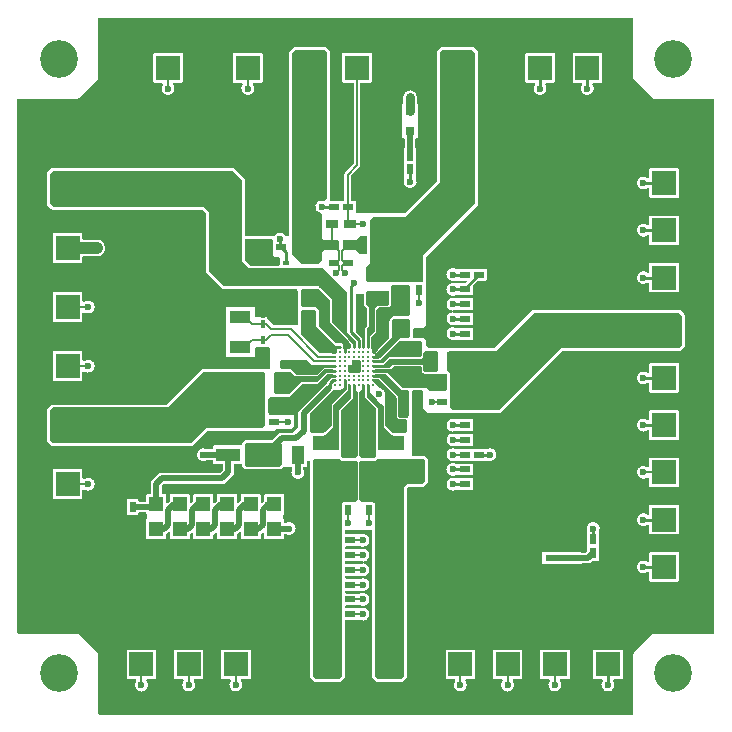
<source format=gtl>
G04 ================== begin FILE IDENTIFICATION RECORD ==================*
G04 Layout Name:  BD71815GW_v4.brd*
G04 Film Name:    57537-BD71815GW_v4.gtl*
G04 File Format:  Gerber RS274X*
G04 File Origin:  Cadence Allegro 16.6-S012*
G04 Origin Date:  Tue Feb 02 09:15:57 2016*
G04 *
G04 Layer:  VIA CLASS/TOP*
G04 Layer:  PIN/TOP*
G04 Layer:  ETCH/TOP*
G04 *
G04 Offset:    (0.0000 0.0000)*
G04 Mirror:    No*
G04 Mode:      Positive*
G04 Rotation:  0*
G04 FullContactRelief:  No*
G04 UndefLineWidth:     0.0000*
G04 ================== end FILE IDENTIFICATION RECORD ====================*
%FSLAX25Y25*MOMM*%
%IR0*IPPOS*OFA0.00000B0.00000*MIA0B0*SFA1.00000B1.00000*%
%ADD27R,.8X1.1*%
%ADD23R,1.1X.8*%
%ADD16R,.8X1.1*%
%ADD12C,.6*%
%ADD29R,2.8X.55*%
%ADD28C,.275*%
%ADD21R,.8X.8*%
%ADD15R,2.X1.1*%
%ADD17R,1.8X1.*%
%ADD25R,1.15X1.05*%
%ADD19R,1.6X1.05*%
%ADD18R,1.05X1.6*%
%ADD22R,.3X.7*%
%ADD10C,3.2*%
%ADD24R,.6X.45*%
%ADD26R,.85X.3*%
%ADD14R,.5X.85*%
%ADD11R,2.X2.*%
%ADD20R,.85X.5*%
%ADD13R,1.2X1.2*%
%ADD30C,.3*%
%ADD31C,.5*%
%ADD32C,.25*%
%ADD33C,.8*%
%ADD34C,.127*%
%ADD35C,1.*%
G75*
%LPD*%
G75*
G36*
G01X735020Y55090D02*
Y564120D01*
G03X733530Y567710I-5080J-4D01*
G01X567710Y733530D01*
G03X564120Y735020I-3594J-3590D01*
G01X55090D01*
G02X50010Y740100I0J5080D01*
G01Y5259900D01*
G02X55090Y5264980I5080J0D01*
G01X564120D01*
G03X567710Y5266470I-4J5080D01*
G01X733530Y5432290D01*
G03X735020Y5435880I-3590J3594D01*
G01Y5944910D01*
G02X740100Y5949990I5080J0D01*
G01X5259900D01*
G02X5264980Y5944910I0J-5080D01*
G01Y5435880D01*
G03X5266470Y5432290I5080J4D01*
G01X5432290Y5266470D01*
G03X5435880Y5264980I3594J3590D01*
G01X5944910D01*
G02X5949990Y5259900I0J-5080D01*
G01Y740100D01*
G02X5944910Y735020I-5080J0D01*
G01X5435880D01*
G03X5432290Y733530I4J-5080D01*
G01X5266470Y567710D01*
G03X5264980Y564120I3590J-3594D01*
G01Y55090D01*
G02X5259900Y50010I-5080J0D01*
G01X740100D01*
G02X735020Y55090I0J5080D01*
G37*
%LPC*%
G75*
G36*
G01X1147040Y347140D02*
X1142380Y337650D01*
X1142670Y334760D01*
X1143560Y333610D01*
G02X1056440I-43560J-33610D01*
G01X1057330Y334760D01*
X1057620Y337650D01*
X1052960Y347140D01*
G03X1048400Y349980I-4560J-2241D01*
G01X980060D01*
G02X974980Y355060I0J5080D01*
G01Y594940D01*
G02X980060Y600020I5080J0D01*
G01X1219940D01*
G02X1225020Y594940I0J-5080D01*
G01Y355060D01*
G02X1219940Y349980I-5080J0D01*
G01X1151600D01*
G03X1147040Y347140I0J-5081D01*
G37*
G36*
G01X1547040D02*
X1542380Y337650D01*
X1542670Y334760D01*
X1543560Y333610D01*
G02X1456440I-43560J-33610D01*
G01X1457330Y334760D01*
X1457620Y337650D01*
X1452960Y347140D01*
G03X1448400Y349980I-4560J-2241D01*
G01X1380060D01*
G02X1374980Y355060I0J5080D01*
G01Y594940D01*
G02X1380060Y600020I5080J0D01*
G01X1619940D01*
G02X1625020Y594940I0J-5080D01*
G01Y355060D01*
G02X1619940Y349980I-5080J0D01*
G01X1551600D01*
G03X1547040Y347140I0J-5081D01*
G37*
G36*
G01X1947040D02*
X1942380Y337650D01*
X1942670Y334760D01*
X1943560Y333610D01*
G02X1856440I-43560J-33610D01*
G01X1857330Y334760D01*
X1857620Y337650D01*
X1852960Y347140D01*
G03X1848400Y349980I-4560J-2241D01*
G01X1780060D01*
G02X1774980Y355060I0J5080D01*
G01Y594940D01*
G02X1780060Y600020I5080J0D01*
G01X2019940D01*
G02X2025020Y594940I0J-5080D01*
G01Y355060D01*
G02X2019940Y349980I-5080J0D01*
G01X1951600D01*
G03X1947040Y347140I0J-5081D01*
G37*
G36*
G01X3847040D02*
X3842380Y337650D01*
X3842670Y334760D01*
X3843560Y333610D01*
G02X3756440I-43560J-33610D01*
G01X3757330Y334760D01*
X3757620Y337650D01*
X3752960Y347140D01*
G03X3748400Y349980I-4560J-2241D01*
G01X3680060D01*
G02X3674980Y355060I0J5080D01*
G01Y594940D01*
G02X3680060Y600020I5080J0D01*
G01X3919940D01*
G02X3925020Y594940I0J-5080D01*
G01Y355060D01*
G02X3919940Y349980I-5080J0D01*
G01X3851600D01*
G03X3847040Y347140I0J-5081D01*
G37*
G36*
G01X4247040D02*
X4242380Y337650D01*
X4242670Y334760D01*
X4243560Y333610D01*
G02X4156440I-43560J-33610D01*
G01X4157330Y334760D01*
X4157620Y337650D01*
X4152960Y347140D01*
G03X4148400Y349980I-4560J-2241D01*
G01X4080060D01*
G02X4074980Y355060I0J5080D01*
G01Y594940D01*
G02X4080060Y600020I5080J0D01*
G01X4319940D01*
G02X4325020Y594940I0J-5080D01*
G01Y355060D01*
G02X4319940Y349980I-5080J0D01*
G01X4251600D01*
G03X4247040Y347140I0J-5081D01*
G37*
G36*
G01X4647040D02*
X4642380Y337650D01*
X4642670Y334760D01*
X4643560Y333610D01*
G02X4556440I-43560J-33610D01*
G01X4557330Y334760D01*
X4557620Y337650D01*
X4552960Y347140D01*
G03X4548400Y349980I-4560J-2241D01*
G01X4480060D01*
G02X4474980Y355060I0J5080D01*
G01Y594940D01*
G02X4480060Y600020I5080J0D01*
G01X4719940D01*
G02X4725020Y594940I0J-5080D01*
G01Y355060D01*
G02X4719940Y349980I-5080J0D01*
G01X4651600D01*
G03X4647040Y347140I0J-5081D01*
G37*
G36*
G01X5097040D02*
X5092380Y337650D01*
X5092670Y334760D01*
X5093560Y333610D01*
G02X5006440I-43560J-33610D01*
G01X5007330Y334760D01*
X5007620Y337650D01*
X5002960Y347140D01*
G03X4998400Y349980I-4560J-2241D01*
G01X4930060D01*
G02X4924980Y355060I0J5080D01*
G01Y594940D01*
G02X4930060Y600020I5080J0D01*
G01X5169940D01*
G02X5175020Y594940I0J-5080D01*
G01Y355060D01*
G02X5169940Y349980I-5080J0D01*
G01X5101600D01*
G03X5097040Y347140I0J-5081D01*
G37*
G36*
G01X5650020Y1419940D02*
Y1180060D01*
G02X5644940Y1174980I-5080J0D01*
G01X5405060D01*
G02X5399980Y1180060I0J5080D01*
G01Y1248400D01*
G03X5397140Y1252960I-5081J0D01*
G01X5387650Y1257620D01*
X5384760Y1257330D01*
X5383610Y1256440D01*
G02Y1343560I-33610J43560D01*
G01X5384760Y1342670D01*
X5387650Y1342380D01*
X5397140Y1347040D01*
G03X5399980Y1351600I-2241J4560D01*
G01Y1419940D01*
G02X5405060Y1425020I5080J0D01*
G01X5644940D01*
G02X5650020Y1419940I0J-5080D01*
G37*
G36*
G01X4827440Y1329980D02*
X4825020Y1327560D01*
G02X4819940Y1322480I-5080J0D01*
G01X4500060D01*
G02X4494980Y1327560I0J5080D01*
G01Y1422440D01*
G02X4500060Y1427520I5080J0D01*
G01X4819940D01*
G02X4825020Y1422440I0J-5080D01*
G01X4827440Y1420020D01*
X4861750D01*
G03X4865340Y1421510I-4J5080D01*
G01X4873490Y1429660D01*
G03X4874980Y1433250I-3590J3594D01*
G01Y1602060D01*
X4874560Y1603030D01*
G02X4975440I50440J21970D01*
G01X4975020Y1602060D01*
Y1355060D01*
G02X4969940Y1349980I-5080J0D01*
G01X4923250D01*
G03X4919660Y1348490I4J-5080D01*
G01X4902640Y1331470D01*
G02X4899040Y1329980I-3594J3590D01*
G01X4827440D01*
G37*
G36*
G01X5650020Y1819940D02*
Y1580060D01*
G02X5644940Y1574980I-5080J0D01*
G01X5405060D01*
G02X5399980Y1580060I0J5080D01*
G01Y1648400D01*
G03X5397140Y1652960I-5081J0D01*
G01X5387650Y1657620D01*
X5384760Y1657330D01*
X5383610Y1656440D01*
G02Y1743560I-33610J43560D01*
G01X5384760Y1742670D01*
X5387650Y1742380D01*
X5397140Y1747040D01*
G03X5399980Y1751600I-2241J4560D01*
G01Y1819940D01*
G02X5405060Y1825020I5080J0D01*
G01X5644940D01*
G02X5650020Y1819940I0J-5080D01*
G37*
G36*
G01X600020Y1948400D02*
Y1880060D01*
G02X594940Y1874980I-5080J0D01*
G01X355060D01*
G02X349980Y1880060I0J5080D01*
G01Y2119940D01*
G02X355060Y2125020I5080J0D01*
G01X594940D01*
G02X600020Y2119940I0J-5080D01*
G01Y2051600D01*
G03X602860Y2047040I5081J0D01*
G01X612350Y2042380D01*
X615240Y2042670D01*
X616390Y2043560D01*
G02Y1956440I33610J-43560D01*
G01X615240Y1957330D01*
X612350Y1957620D01*
X602860Y1952960D01*
G03X600020Y1948400I2241J-4560D01*
G37*
G36*
G01X3904940Y1949980D02*
X3760440D01*
X3759470Y1949560D01*
G02Y2050440I-21970J50440D01*
G01X3760440Y2050020D01*
X3904940D01*
G02X3910020Y2044940I0J-5080D01*
G01Y1955060D01*
G02X3904940Y1949980I-5080J0D01*
G37*
G36*
G01X5650020Y2219940D02*
Y1980060D01*
G02X5644940Y1974980I-5080J0D01*
G01X5405060D01*
G02X5399980Y1980060I0J5080D01*
G01Y2048400D01*
G03X5397140Y2052960I-5081J0D01*
G01X5387650Y2057620D01*
X5384760Y2057330D01*
X5383610Y2056440D01*
G02Y2143560I-33610J43560D01*
G01X5384760Y2142670D01*
X5387650Y2142380D01*
X5397140Y2147040D01*
G03X5399980Y2151600I-2241J4560D01*
G01Y2219940D01*
G02X5405060Y2225020I5080J0D01*
G01X5644940D01*
G02X5650020Y2219940I0J-5080D01*
G37*
G36*
G01X3904940Y2074980D02*
X3760440D01*
X3759470Y2074560D01*
G02Y2175440I-21970J50440D01*
G01X3760440Y2175020D01*
X3904940D01*
G02X3910020Y2169940I0J-5080D01*
G01Y2080060D01*
G02X3904940Y2074980I-5080J0D01*
G37*
G36*
G01X4027060Y2199980D02*
X3760440D01*
X3759470Y2199560D01*
G02Y2300440I-21970J50440D01*
G01X3760440Y2300020D01*
X4027060D01*
X4028030Y2300440D01*
G02Y2199560I21970J-50440D01*
G01X4027060Y2199980D01*
G37*
G36*
G01X3904940Y2324980D02*
X3760440D01*
X3759470Y2324560D01*
G02Y2425440I-21970J50440D01*
G01X3760440Y2425020D01*
X3904940D01*
G02X3910020Y2419940I0J-5080D01*
G01Y2330060D01*
G02X3904940Y2324980I-5080J0D01*
G37*
G36*
G01X5650020Y2619940D02*
Y2380060D01*
G02X5644940Y2374980I-5080J0D01*
G01X5405060D01*
G02X5399980Y2380060I0J5080D01*
G01Y2448400D01*
G03X5397140Y2452960I-5081J0D01*
G01X5387650Y2457620D01*
X5384760Y2457330D01*
X5383610Y2456440D01*
G02Y2543560I-33610J43560D01*
G01X5384760Y2542670D01*
X5387650Y2542380D01*
X5397140Y2547040D01*
G03X5399980Y2551600I-2241J4560D01*
G01Y2619940D01*
G02X5405060Y2625020I5080J0D01*
G01X5644940D01*
G02X5650020Y2619940I0J-5080D01*
G37*
G36*
G01X3904940Y2449980D02*
X3760440D01*
X3759470Y2449560D01*
G02Y2550440I-21970J50440D01*
G01X3760440Y2550020D01*
X3904940D01*
G02X3910020Y2544940I0J-5080D01*
G01Y2455060D01*
G02X3904940Y2449980I-5080J0D01*
G37*
G36*
G01X5650020Y3019940D02*
Y2780060D01*
G02X5644940Y2774980I-5080J0D01*
G01X5405060D01*
G02X5399980Y2780060I0J5080D01*
G01Y2848400D01*
G03X5397140Y2852960I-5081J0D01*
G01X5387650Y2857620D01*
X5384760Y2857330D01*
X5383610Y2856440D01*
G02Y2943560I-33610J43560D01*
G01X5384760Y2942670D01*
X5387650Y2942380D01*
X5397140Y2947040D01*
G03X5399980Y2951600I-2241J4560D01*
G01Y3019940D01*
G02X5405060Y3025020I5080J0D01*
G01X5644940D01*
G02X5650020Y3019940I0J-5080D01*
G37*
G36*
G01X600020Y2948400D02*
Y2880060D01*
G02X594940Y2874980I-5080J0D01*
G01X355060D01*
G02X349980Y2880060I0J5080D01*
G01Y3119940D01*
G02X355060Y3125020I5080J0D01*
G01X594940D01*
G02X600020Y3119940I0J-5080D01*
G01Y3051600D01*
G03X602860Y3047040I5081J0D01*
G01X612350Y3042380D01*
X615240Y3042670D01*
X616390Y3043560D01*
G02Y2956440I33610J-43560D01*
G01X615240Y2957330D01*
X612350Y2957620D01*
X602860Y2952960D01*
G03X600020Y2948400I2241J-4560D01*
G37*
G36*
G01X3904940Y3224980D02*
X3760440D01*
X3759470Y3224560D01*
G02Y3325440I-21970J50440D01*
G01X3760440Y3325020D01*
X3904940D01*
G02X3910020Y3319940I0J-5080D01*
G01Y3230060D01*
G02X3904940Y3224980I-5080J0D01*
G37*
G36*
G01Y3349980D02*
X3760440D01*
X3759470Y3349560D01*
G02Y3450440I-21970J50440D01*
G01X3760440Y3450020D01*
X3904940D01*
G02X3910020Y3444940I0J-5080D01*
G01Y3355060D01*
G02X3904940Y3349980I-5080J0D01*
G37*
G36*
G01X600020Y3448400D02*
Y3380060D01*
G02X594940Y3374980I-5080J0D01*
G01X355060D01*
G02X349980Y3380060I0J5080D01*
G01Y3619940D01*
G02X355060Y3625020I5080J0D01*
G01X594940D01*
G02X600020Y3619940I0J-5080D01*
G01Y3551600D01*
G03X602860Y3547040I5081J0D01*
G01X612350Y3542380D01*
X615240Y3542670D01*
X616390Y3543560D01*
G02Y3456440I33610J-43560D01*
G01X615240Y3457330D01*
X612350Y3457620D01*
X602860Y3452960D01*
G03X600020Y3448400I2241J-4560D01*
G37*
G36*
G01X3904940Y3474980D02*
X3760440D01*
X3759470Y3474560D01*
G02Y3575440I-21970J50440D01*
G01X3760440Y3575020D01*
X3904940D01*
G02X3910020Y3569940I0J-5080D01*
G01Y3480060D01*
G02X3904940Y3474980I-5080J0D01*
G37*
G36*
G01Y3599980D02*
X3760440D01*
X3759470Y3599560D01*
G02Y3700440I-21970J50440D01*
G01X3760440Y3700020D01*
X3834430D01*
G03X3838020Y3701510I-4J5080D01*
G01X3852820Y3716310D01*
G03X3853930Y3721850I-3586J3600D01*
G01X3853340Y3723270D01*
X3850780Y3724980D01*
X3760440D01*
X3759470Y3724560D01*
G02Y3825440I-21970J50440D01*
G01X3760440Y3825020D01*
X4019940D01*
G02X4025020Y3819940I0J-5080D01*
G01Y3730060D01*
G02X4019940Y3724980I-5080J0D01*
G01X3955570D01*
G03X3951980Y3723490I4J-5080D01*
G01X3911510Y3683020D01*
G03X3910020Y3679430I3590J-3594D01*
G01Y3605060D01*
G02X3904940Y3599980I-5080J0D01*
G37*
G36*
G01X5650020Y3869940D02*
Y3630060D01*
G02X5644940Y3624980I-5080J0D01*
G01X5405060D01*
G02X5399980Y3630060I0J5080D01*
G01Y3698400D01*
G03X5397140Y3702960I-5081J0D01*
G01X5387650Y3707620D01*
X5384760Y3707330D01*
X5383610Y3706440D01*
G02Y3793560I-33610J43560D01*
G01X5384760Y3792670D01*
X5387650Y3792380D01*
X5397140Y3797040D01*
G03X5399980Y3801600I-2241J4560D01*
G01Y3869940D01*
G02X5405060Y3875020I5080J0D01*
G01X5644940D01*
G02X5650020Y3869940I0J-5080D01*
G37*
G36*
G01X600020Y3924900D02*
Y3880060D01*
G02X594940Y3874980I-5080J0D01*
G01X355060D01*
G02X349980Y3880060I0J5080D01*
G01Y4119940D01*
G02X355060Y4125020I5080J0D01*
G01X594940D01*
G02X600020Y4119940I0J-5080D01*
G01Y4075100D01*
G03X605100Y4070020I5080J0D01*
G01X725000D01*
G02Y3929980I0J-70020D01*
G01X605100D01*
G03X600020Y3924900I0J-5080D01*
G37*
G36*
G01X5650020Y4269940D02*
Y4030060D01*
G02X5644940Y4024980I-5080J0D01*
G01X5405060D01*
G02X5399980Y4030060I0J5080D01*
G01Y4098400D01*
G03X5397140Y4102960I-5081J0D01*
G01X5387650Y4107620D01*
X5384760Y4107330D01*
X5383610Y4106440D01*
G02Y4193560I-33610J43560D01*
G01X5384760Y4192670D01*
X5387650Y4192380D01*
X5397140Y4197040D01*
G03X5399980Y4201600I-2241J4560D01*
G01Y4269940D01*
G02X5405060Y4275020I5080J0D01*
G01X5644940D01*
G02X5650020Y4269940I0J-5080D01*
G37*
G36*
G01Y4669940D02*
Y4430060D01*
G02X5644940Y4424980I-5080J0D01*
G01X5405060D01*
G02X5399980Y4430060I0J5080D01*
G01Y4498400D01*
G03X5397140Y4502960I-5081J0D01*
G01X5387650Y4507620D01*
X5384760Y4507330D01*
X5383610Y4506440D01*
G02Y4593560I-33610J43560D01*
G01X5384760Y4592670D01*
X5387650Y4592380D01*
X5397140Y4597040D01*
G03X5399980Y4601600I-2241J4560D01*
G01Y4669940D01*
G02X5405060Y4675020I5080J0D01*
G01X5644940D01*
G02X5650020Y4669940I0J-5080D01*
G37*
G36*
G01X3425020Y4850020D02*
Y4585440D01*
X3425440Y4584470D01*
G02X3324560I-50440J-21970D01*
G01X3324980Y4585440D01*
Y4847050D01*
X3329980Y4852050D01*
Y4922400D01*
G03X3324900Y4927480I-5080J0D01*
G01X3315060D01*
G02X3309980Y4932560I0J5080D01*
G01Y5057520D01*
X3310000D01*
Y5092480D01*
X3309980D01*
Y5219550D01*
X3314980Y5224550D01*
Y5275000D01*
G02X3435020I60020J0D01*
G01Y5225490D01*
X3437990Y5222520D01*
X3440020D01*
Y5092480D01*
X3440000D01*
Y5057520D01*
X3440020D01*
Y4932560D01*
G02X3434940Y4927480I-5080J0D01*
G01X3425100D01*
G03X3420020Y4922400I0J-5080D01*
G01Y4852990D01*
X3422990Y4850020D01*
X3425020D01*
G37*
G36*
G01X1282620Y5387650D02*
X1277960Y5397140D01*
G03X1273400Y5399980I-4560J-2241D01*
G01X1205060D01*
G02X1199980Y5405060I0J5080D01*
G01Y5644940D01*
G02X1205060Y5650020I5080J0D01*
G01X1444940D01*
G02X1450020Y5644940I0J-5080D01*
G01Y5405060D01*
G02X1444940Y5399980I-5080J0D01*
G01X1376600D01*
G03X1372040Y5397140I0J-5081D01*
G01X1367380Y5387650D01*
X1367670Y5384760D01*
X1368560Y5383610D01*
G02X1281440I-43560J-33610D01*
G01X1282330Y5384760D01*
X1282620Y5387650D01*
G37*
G36*
G01X1957620D02*
X1952960Y5397140D01*
G03X1948400Y5399980I-4560J-2241D01*
G01X1880060D01*
G02X1874980Y5405060I0J5080D01*
G01Y5644940D01*
G02X1880060Y5650020I5080J0D01*
G01X2119940D01*
G02X2125020Y5644940I0J-5080D01*
G01Y5405060D01*
G02X2119940Y5399980I-5080J0D01*
G01X2051600D01*
G03X2047040Y5397140I0J-5081D01*
G01X2042380Y5387650D01*
X2042670Y5384760D01*
X2043560Y5383610D01*
G02X1956440I-43560J-33610D01*
G01X1957330Y5384760D01*
X1957620Y5387650D01*
G37*
G36*
G01X4522040Y5397140D02*
X4517380Y5387650D01*
X4517670Y5384760D01*
X4518560Y5383610D01*
G02X4431440I-43560J-33610D01*
G01X4432330Y5384760D01*
X4432620Y5387650D01*
X4427960Y5397140D01*
G03X4423400Y5399980I-4560J-2241D01*
G01X4355060D01*
G02X4349980Y5405060I0J5080D01*
G01Y5644940D01*
G02X4355060Y5650020I5080J0D01*
G01X4594940D01*
G02X4600020Y5644940I0J-5080D01*
G01Y5405060D01*
G02X4594940Y5399980I-5080J0D01*
G01X4526600D01*
G03X4522040Y5397140I0J-5081D01*
G37*
G36*
G01X4922040D02*
X4917380Y5387650D01*
X4917670Y5384760D01*
X4918560Y5383610D01*
G02X4831440I-43560J-33610D01*
G01X4832330Y5384760D01*
X4832620Y5387650D01*
X4827960Y5397140D01*
G03X4823400Y5399980I-4560J-2241D01*
G01X4755060D01*
G02X4749980Y5405060I0J5080D01*
G01Y5644940D01*
G02X4755060Y5650020I5080J0D01*
G01X4994940D01*
G02X5000020Y5644940I0J-5080D01*
G01Y5405060D01*
G02X4994940Y5399980I-5080J0D01*
G01X4926600D01*
G03X4922040Y5397140I0J-5081D01*
G37*
G36*
G01X2783260Y324980D02*
X2566740D01*
G02X2563150Y326470I4J5079D01*
G01X2526470Y363150D01*
G02X2524980Y366740I3589J3594D01*
G01Y2194920D01*
G03X2523490Y2198510I-5079J-4D01*
G03X2519900Y2200000I-3594J-3589D01*
G01X2505100D01*
G03X2501510Y2198510I4J-5079D01*
G03X2500020Y2194920I3589J-3594D01*
G01Y2150060D01*
G02X2494940Y2144980I-5080J0D01*
G01X2472600D01*
G03X2469010Y2143490I4J-5079D01*
G03X2467520Y2139900I3589J-3594D01*
G01Y2135840D01*
X2468060Y2134270D01*
X2468580Y2133590D01*
G02X2376840Y2126610I-43580J-33588D01*
G01X2376850Y2126620D01*
X2376860Y2126640D01*
G03X2377480Y2129070I-4460J2432D01*
G01Y2139900D01*
G03X2375990Y2143490I-5079J-4D01*
G03X2372400Y2144980I-3594J-3589D01*
G01X2307470D01*
G03X2303880Y2143490I4J-5080D01*
G01X2286850Y2126470D01*
G02X2283260Y2124980I-3594J3589D01*
G01X1979240D01*
G02X1975650Y2126470I4J5079D01*
G01X1951470Y2150650D01*
G02X1949980Y2154240I3589J3594D01*
G01Y2164900D01*
G03X1948490Y2168490I-5079J-4D01*
G03X1944900Y2169980I-3594J-3589D01*
G01X1885100D01*
G03X1881510Y2168490I4J-5079D01*
G03X1880020Y2164900I3589J-3594D01*
G01Y2083450D01*
G02X1878530Y2079860I-5080J4D01*
G01X1805140Y2006470D01*
G02X1801550Y2004980I-3594J3590D01*
G01X1295750D01*
G03X1292160Y2003490I4J-5080D01*
G01X1271510Y1982840D01*
G03X1270020Y1979250I3590J-3594D01*
G01Y1920100D01*
G03X1271510Y1916510I5079J4D01*
G03X1275100Y1915020I3594J3589D01*
G01X1304940D01*
G02X1310020Y1909940I0J-5080D01*
G01Y1840940D01*
G03X1313160Y1836250I5080J5D01*
G01X1314580Y1835660D01*
X1317590Y1836260D01*
X1338490Y1857160D01*
G03X1339980Y1860750I-3590J3594D01*
G01Y1909940D01*
G02X1345060Y1915020I5080J0D01*
G01X1504940D01*
G02X1510020Y1909940I0J-5080D01*
G01Y1840940D01*
G03X1513160Y1836250I5080J5D01*
G01X1514580Y1835660D01*
X1517590Y1836260D01*
X1538490Y1857160D01*
G03X1539980Y1860750I-3590J3594D01*
G01Y1909940D01*
G02X1545060Y1915020I5080J0D01*
G01X1704940D01*
G02X1710020Y1909940I0J-5080D01*
G01Y1840940D01*
G03X1713160Y1836250I5080J5D01*
G01X1714580Y1835660D01*
X1717590Y1836260D01*
X1738490Y1857160D01*
G03X1739980Y1860750I-3590J3594D01*
G01Y1909940D01*
G02X1745060Y1915020I5080J0D01*
G01X1904940D01*
G02X1910020Y1909940I0J-5080D01*
G01Y1840940D01*
G03X1913160Y1836250I5080J5D01*
G01X1914580Y1835660D01*
X1917590Y1836260D01*
X1938490Y1857160D01*
G03X1939980Y1860750I-3590J3594D01*
G01Y1909940D01*
G02X1945060Y1915020I5080J0D01*
G01X2104940D01*
G02X2110020Y1909940I0J-5080D01*
G01Y1840940D01*
G03X2113160Y1836250I5080J5D01*
G01X2114580Y1835660D01*
X2117590Y1836260D01*
X2138490Y1857160D01*
G03X2139980Y1860750I-3590J3594D01*
G01Y1909940D01*
G02X2145060Y1915020I5080J0D01*
G01X2304940D01*
G02X2310020Y1909940I0J-5080D01*
G01Y1750060D01*
G02X2306190Y1745140I-5075J0D01*
G03X2303830Y1743780I1264J-4921D01*
G01X2301460Y1741380D01*
G03X2300000Y1737820I3620J-3564D01*
G01Y1710100D01*
G03X2301490Y1706510I5079J4D01*
G03X2305080Y1705020I3594J3589D01*
G01X2305960D01*
X2307820Y1704250D01*
X2308530Y1703540D01*
G02X2310020Y1699950I-3590J-3594D01*
G01Y1675100D01*
G03X2311510Y1671510I5079J4D01*
G03X2315100Y1670020I3594J3589D01*
G01X2317550D01*
X2318980Y1670450D01*
X2319610Y1670870D01*
G02Y1579130I30390J-45870D01*
G01X2318980Y1579550D01*
X2317550Y1579980D01*
X2315100D01*
G03X2311510Y1578490I4J-5079D01*
G03X2310020Y1574900I3589J-3594D01*
G01Y1540060D01*
G02X2304940Y1534980I-5080J0D01*
G01X2145060D01*
G02X2139980Y1540060I0J5080D01*
G01Y1594060D01*
G03X2136840Y1598750I-5080J-5D01*
G01X2135420Y1599340D01*
X2132410Y1598740D01*
X2111510Y1577840D01*
G03X2110020Y1574250I3590J-3594D01*
G01Y1540060D01*
G02X2104940Y1534980I-5080J0D01*
G01X1945060D01*
G02X1939980Y1540060I0J5080D01*
G01Y1594060D01*
G03X1936840Y1598750I-5080J-5D01*
G01X1935420Y1599340D01*
X1932410Y1598740D01*
X1911510Y1577840D01*
G03X1910020Y1574250I3590J-3594D01*
G01Y1540060D01*
G02X1904940Y1534980I-5080J0D01*
G01X1745060D01*
G02X1739980Y1540060I0J5080D01*
G01Y1594060D01*
G03X1736840Y1598750I-5080J-5D01*
G01X1735420Y1599340D01*
X1732410Y1598740D01*
X1711510Y1577840D01*
G03X1710020Y1574250I3590J-3594D01*
G01Y1540060D01*
G02X1704940Y1534980I-5080J0D01*
G01X1545060D01*
G02X1539980Y1540060I0J5080D01*
G01Y1594060D01*
G03X1536840Y1598750I-5080J-5D01*
G01X1535420Y1599340D01*
X1532410Y1598740D01*
X1511510Y1577840D01*
G03X1510020Y1574250I3590J-3594D01*
G01Y1540060D01*
G02X1504940Y1534980I-5080J0D01*
G01X1345060D01*
G02X1339980Y1540060I0J5080D01*
G01Y1594060D01*
G03X1336840Y1598750I-5080J-5D01*
G01X1335420Y1599340D01*
X1332410Y1598740D01*
X1311510Y1577840D01*
G03X1310020Y1574250I3590J-3594D01*
G01Y1540060D01*
G02X1304940Y1534980I-5080J0D01*
G01X1145060D01*
G02X1139980Y1540060I0J5080D01*
G01Y1699940D01*
G02X1143810Y1704860I5075J0D01*
G03X1146170Y1706220I-1264J4921D01*
G01X1148540Y1708620D01*
G03X1150000Y1712180I-3620J3564D01*
G01Y1739900D01*
G03X1148510Y1743490I-5079J-4D01*
G03X1144920Y1744980I-3594J-3589D01*
G01X1144040D01*
X1142180Y1745750D01*
X1141470Y1746460D01*
G02X1139980Y1750050I3590J3594D01*
G01Y1757400D01*
G03X1138490Y1760990I-5079J-4D01*
G03X1134900Y1762480I-3594J-3589D01*
G01X1080100D01*
G03X1076510Y1760990I4J-5079D01*
G03X1075020Y1757400I3589J-3594D01*
G01Y1745060D01*
G02X1069940Y1739980I-5080J0D01*
G01X980060D01*
G02X974980Y1745060I0J5080D01*
G01Y1869940D01*
G02X980060Y1875020I5080J0D01*
G01X1069940D01*
G02X1075020Y1869940I0J-5080D01*
G01Y1857600D01*
G03X1076510Y1854010I5079J4D01*
G03X1080100Y1852520I3594J3589D01*
G01X1134900D01*
G03X1138490Y1854010I-4J5079D01*
G03X1139980Y1857600I-3589J3594D01*
G01Y1909940D01*
G02X1145060Y1915020I5080J0D01*
G01X1174900D01*
G03X1178490Y1916510I-4J5079D01*
G03X1179980Y1920100I-3589J3594D01*
G01Y2016550D01*
G02X1181470Y2020140I5080J-4D01*
G01X1254860Y2093530D01*
G02X1258450Y2095020I3594J-3590D01*
G01X1764250D01*
G03X1767840Y2096510I-4J5080D01*
G01X1788490Y2117160D01*
G03X1789980Y2120750I-3590J3594D01*
G01Y2164900D01*
G03X1788490Y2168490I-5079J-4D01*
G03X1784900Y2169980I-3594J-3589D01*
G01X1715060D01*
G02X1709980Y2175060I0J5080D01*
G01Y2199900D01*
G03X1708490Y2203490I-5079J-4D01*
G03X1704900Y2204980I-3594J-3589D01*
G01X1658200D01*
G03X1655400Y2204130I13J-5078D01*
G02Y2295870I-30400J45870D01*
G03X1658200Y2295020I2813J4228D01*
G01X1704900D01*
G03X1708490Y2296510I-4J5079D01*
G03X1709980Y2300100I-3589J3594D01*
G01Y2324940D01*
G02X1715060Y2330020I5080J0D01*
G01X1944900D01*
G03X1948490Y2331510I-4J5079D01*
G03X1949980Y2335100I-3589J3594D01*
G01Y2345760D01*
G02X1951470Y2349350I5079J-4D01*
G01X1975650Y2373530D01*
G02X1979240Y2375020I3594J-3589D01*
G01X2209250D01*
G03X2212840Y2376510I-4J5080D01*
G01X2267360Y2431030D01*
G02X2270950Y2432520I3594J-3590D01*
G01X2289920D01*
G03X2293510Y2434010I-4J5079D01*
G03X2295000Y2437600I-3589J3594D01*
G01Y2444920D01*
G03X2293510Y2448510I-5079J-4D01*
G03X2289920Y2450000I-3594J-3589D01*
G01X2135380D01*
X2135360Y2449980D01*
X1662470D01*
G03X1658880Y2448490I4J-5080D01*
G01X1536850Y2326470D01*
G02X1533260Y2324980I-3594J3589D01*
G01X341740D01*
G02X338150Y2326470I4J5079D01*
G01X301470Y2363150D01*
G02X299980Y2366740I3589J3594D01*
G01Y2633260D01*
G02X301470Y2636850I5079J-4D01*
G01X338150Y2673530D01*
G02X341740Y2675020I3594J-3589D01*
G01X1312530D01*
G03X1316120Y2676510I-4J5080D01*
G01X1613150Y2973530D01*
G02X1616740Y2975020I3594J-3589D01*
G01X2147860D01*
X2147880Y2975000D01*
X2173910D01*
X2175770Y2975770D01*
X2176490Y2976490D01*
X2186010Y2986010D01*
G03X2187500Y2989600I-3590J3594D01*
G01Y3148910D01*
X2186730Y3150770D01*
X2186010Y3151490D01*
X2176490Y3161010D01*
X2175770Y3161730D01*
X2173910Y3162500D01*
X2168680D01*
X2166960Y3161850D01*
X2166260Y3161240D01*
G02X2162920Y3159980I-3348J3819D01*
G01X2087080D01*
G02X2083490Y3161470I4J5080D01*
G01X2083230Y3161730D01*
X2081370Y3162500D01*
X2076090D01*
X2074230Y3161730D01*
X2073510Y3161010D01*
X2063990Y3151490D01*
G03X2062500Y3147900I3590J-3594D01*
G01Y3080080D01*
G02X2057420Y3075000I-5080J0D01*
G01X1817580D01*
G02X1812500Y3080080I0J5080D01*
G01Y3494920D01*
G02X1817580Y3500000I5080J0D01*
G01X2057420D01*
G02X2062500Y3494920I0J-5080D01*
G01Y3426090D01*
X2063270Y3424230D01*
X2063990Y3423510D01*
X2073510Y3413990D01*
X2074230Y3413270D01*
X2076090Y3412500D01*
X2081320D01*
X2083040Y3413150D01*
X2083740Y3413760D01*
G02X2087080Y3415020I3348J-3819D01*
G01X2159950D01*
G02X2163540Y3413530I-4J-5080D01*
G01X2164250Y3412820D01*
X2165020Y3410960D01*
Y3409980D01*
X2223510Y3351490D01*
X2224230Y3350770D01*
X2226090Y3350000D01*
X2411410D01*
X2413270Y3350770D01*
X2413990Y3351490D01*
X2423490Y3360990D01*
G03X2424980Y3364580I-3590J3594D01*
G01Y3472860D01*
X2425000Y3472880D01*
Y3502120D01*
X2424980Y3502140D01*
Y3636430D01*
X2424210Y3638290D01*
X2423490Y3639010D01*
X2414010Y3648490D01*
X2413290Y3649210D01*
X2411430Y3649980D01*
X1791740D01*
G02X1788150Y3651470I4J5079D01*
G01X1651470Y3788150D01*
G02X1649980Y3791740I3589J3594D01*
G01Y4287530D01*
G03X1648490Y4291120I-5080J-4D01*
G01X1616120Y4323490D01*
G03X1612530Y4324980I-3594J-3590D01*
G01X341740D01*
G02X338150Y4326470I4J5079D01*
G01X301470Y4363150D01*
G02X299980Y4366740I3589J3594D01*
G01Y4633260D01*
G02X301470Y4636850I5079J-4D01*
G01X338150Y4673530D01*
G02X341740Y4675020I3594J-3589D01*
G01X1883260D01*
G02X1886850Y4673530I-4J-5079D01*
G01X1973530Y4586850D01*
G02X1975020Y4583260I-3589J-3594D01*
G01Y4105100D01*
G03X1980100Y4100020I5080J0D01*
G01X2210360D01*
X2210380Y4100000D01*
X2222970D01*
G03X2225510Y4100680I1J5080D01*
G01X2226090Y4101020D01*
X2227030Y4101960D01*
X2227370Y4102540D01*
G02X2322630I47630J-27540D01*
G01X2322970Y4101960D01*
X2323910Y4101020D01*
X2324490Y4100680D01*
G03X2327030Y4100000I2539J4400D01*
G01X2344900D01*
G03X2349980Y4105080I0J5080D01*
G01Y5658260D01*
G02X2351470Y5661850I5079J-4D01*
G01X2388150Y5698530D01*
G02X2391740Y5700020I3594J-3589D01*
G01X2658260D01*
G02X2661850Y5698530I-4J-5079D01*
G01X2698530Y5661850D01*
G02X2700020Y5658260I-3589J-3594D01*
G01Y4416740D01*
G02X2698530Y4413150I-5079J4D01*
G01X2694070Y4408690D01*
G03X2692960Y4403150I3586J-3600D01*
G01X2693550Y4401730D01*
X2696110Y4400020D01*
X2813550D01*
G03X2818630Y4405100I0J5080D01*
G01Y4628820D01*
G02X2820120Y4632410I5079J-4D01*
G01X2897140Y4709430D01*
G03X2898240Y4711080I-3595J3588D01*
G01X2898630Y4712010D01*
Y5394900D01*
G03X2893550Y5399980I-5080J0D01*
G01X2805060D01*
G02X2799980Y5405060I0J5080D01*
G01Y5644940D01*
G02X2805060Y5650020I5080J0D01*
G01X3044940D01*
G02X3050020Y5644940I0J-5080D01*
G01Y5405060D01*
G02X3044940Y5399980I-5080J0D01*
G01X2956450D01*
G03X2951370Y5394900I0J-5080D01*
G01Y4691180D01*
G02X2949880Y4687590I-5079J4D01*
G01X2872860Y4610570D01*
G03X2871760Y4608920I3595J-3588D01*
G01X2871370Y4607990D01*
Y4405100D01*
G03X2876450Y4400020I5080J0D01*
G01X2907440D01*
G02X2912520Y4394940I0J-5080D01*
G01Y4305080D01*
G03X2917600Y4300000I5080J0D01*
G01X3337510D01*
G03X3341100Y4301490I-4J5080D01*
G01X3598490Y4558880D01*
G03X3599980Y4562470I-3590J3594D01*
G01Y5658260D01*
G02X3601470Y5661850I5079J-4D01*
G01X3638150Y5698530D01*
G02X3641740Y5700020I3594J-3589D01*
G01X3908260D01*
G02X3911850Y5698530I-4J-5079D01*
G01X3948530Y5661850D01*
G02X3950020Y5658260I-3589J-3594D01*
G01Y4366740D01*
G02X3948530Y4363150I-5079J4D01*
G01X3514010Y3928620D01*
G03X3512520Y3925030I3590J-3594D01*
G01Y3714640D01*
X3512500Y3714620D01*
Y3352100D01*
G02X3511010Y3348510I-5080J4D01*
G01X3488990Y3326490D01*
G02X3485400Y3325000I-3594J3590D01*
G01X3413590D01*
X3411730Y3324230D01*
X3411010Y3323510D01*
X3401510Y3314010D01*
X3400790Y3313290D01*
X3400020Y3311430D01*
Y3251070D01*
X3400790Y3249210D01*
X3401510Y3248490D01*
X3410990Y3239010D01*
X3411710Y3238290D01*
X3413570Y3237520D01*
X3472860D01*
X3472880Y3237500D01*
X3485400D01*
G02X3488990Y3236010I-4J-5080D01*
G01X3511010Y3213990D01*
G02X3512500Y3210400I-3590J-3594D01*
G01Y3176090D01*
X3513270Y3174230D01*
X3513990Y3173510D01*
X3535990Y3151510D01*
X3536710Y3150790D01*
X3538570Y3150020D01*
X3610360D01*
X3610380Y3150000D01*
X3689620D01*
X3689640Y3150020D01*
X4087530D01*
G03X4091120Y3151510I-4J5080D01*
G01X4413150Y3473530D01*
G02X4416740Y3475020I3594J-3589D01*
G01X5658260D01*
G02X5661850Y3473530I-4J-5079D01*
G01X5698530Y3436850D01*
G02X5700020Y3433260I-3589J-3594D01*
G01Y3166740D01*
G02X5698530Y3163150I-5079J4D01*
G01X5661850Y3126470D01*
G02X5658260Y3124980I-3594J3589D01*
G01X4662470D01*
G03X4658880Y3123490I4J-5080D01*
G01X4136850Y2601470D01*
G02X4133260Y2599980I-3594J3589D01*
G01X3727140D01*
X3727120Y2600000D01*
X3527100D01*
G02X3523510Y2601490I4J5080D01*
G01X3488990Y2636010D01*
G02X3487500Y2639600I3590J3594D01*
G01Y2786410D01*
X3486730Y2788270D01*
X3486010Y2788990D01*
X3476490Y2798510D01*
X3475770Y2799230D01*
X3473910Y2800000D01*
X3401090D01*
X3399230Y2799230D01*
X3398510Y2798510D01*
X3389010Y2789010D01*
X3388290Y2788290D01*
X3387520Y2786430D01*
Y2564640D01*
X3387500Y2564620D01*
Y2242600D01*
G03X3392580Y2237520I5080J0D01*
G01X3495760D01*
G02X3499350Y2236030I-4J-5079D01*
G01X3523530Y2211850D01*
G02X3525020Y2208260I-3589J-3594D01*
G01Y2016740D01*
G02X3523530Y2013150I-5079J4D01*
G01X3486850Y1976470D01*
G02X3483260Y1974980I-3594J3589D01*
G01X3362470D01*
G03X3358880Y1973490I4J-5080D01*
G01X3351510Y1966120D01*
G03X3350020Y1962530I3590J-3594D01*
G01Y366740D01*
G02X3348530Y363150I-5079J4D01*
G01X3311850Y326470D01*
G02X3308260Y324980I-3594J3589D01*
G01X3091740D01*
G02X3088150Y326470I4J5079D01*
G01X3051470Y363150D01*
G02X3049980Y366740I3589J3594D01*
G01Y1607420D01*
G03X3044900Y1612500I-5080J0D01*
G01X2830100D01*
G03X2825020Y1607420I0J-5080D01*
G01Y1580100D01*
G03X2830100Y1575020I5080J0D01*
G01X2952070D01*
X2953040Y1575440D01*
G02Y1474560I21960J-50440D01*
G01X2952070Y1474980D01*
X2830100D01*
G03X2825020Y1469900I0J-5080D01*
G01Y1455100D01*
G03X2830100Y1450020I5080J0D01*
G01X2952070D01*
X2953040Y1450440D01*
G02Y1349560I21960J-50440D01*
G01X2952070Y1349980D01*
X2830100D01*
G03X2825020Y1344900I0J-5080D01*
G01Y1330100D01*
G03X2830100Y1325020I5080J0D01*
G01X2952070D01*
X2953040Y1325440D01*
G02Y1224560I21960J-50440D01*
G01X2952070Y1224980D01*
X2830100D01*
G03X2825020Y1219900I0J-5080D01*
G01Y1205100D01*
G03X2830100Y1200020I5080J0D01*
G01X2952070D01*
X2953040Y1200440D01*
G02Y1099560I21960J-50440D01*
G01X2952070Y1099980D01*
X2830100D01*
G03X2825020Y1094900I0J-5080D01*
G01Y1080100D01*
G03X2830100Y1075020I5080J0D01*
G01X2952070D01*
X2953040Y1075440D01*
G02Y974560I21960J-50440D01*
G01X2952070Y974980D01*
X2830100D01*
G03X2825020Y969900I0J-5080D01*
G01Y955100D01*
G03X2830100Y950020I5080J0D01*
G01X2952070D01*
X2953040Y950440D01*
G02Y849560I21960J-50440D01*
G01X2952070Y849980D01*
X2830100D01*
G03X2825020Y844900I0J-5080D01*
G01Y366740D01*
G02X2823530Y363150I-5079J4D01*
G01X2786850Y326470D01*
G02X2783260Y324980I-3594J3589D01*
G37*
%LPD*%
G75*
G36*
G01X2122900Y2475000D02*
X1652100D01*
G03X1648510Y2473510I4J-5080D01*
G01X1526490Y2351490D01*
G02X1522900Y2350000I-3594J3590D01*
G01X352100D01*
G02X348510Y2351490I4J5080D01*
G01X326490Y2373510D01*
G02X325000Y2377100I3590J3594D01*
G01Y2622900D01*
G02X326490Y2626490I5080J-4D01*
G01X348510Y2648510D01*
G02X352100Y2650000I3594J-3590D01*
G01X1322900D01*
G03X1326490Y2651490I-4J5080D01*
G01X1623510Y2948510D01*
G02X1627100Y2950000I3594J-3590D01*
G01X2135400D01*
G02X2138990Y2948510I-4J-5080D01*
G01X2148510Y2938990D01*
G02X2150000Y2935400I-3590J-3594D01*
G01Y2502100D01*
G02X2148510Y2498510I-5080J4D01*
G01X2126490Y2476490D01*
G02X2122900Y2475000I-3594J3590D01*
G37*
G36*
G01X2887500Y3180080D02*
Y3192900D01*
G03X2886010Y3196490I-5080J-4D01*
G01X2714010Y3368490D01*
G02X2712520Y3372080I3590J3594D01*
G01Y3555190D01*
X2712500Y3555210D01*
Y3560400D01*
G03X2711010Y3563990I-5080J-4D01*
G01X2601490Y3673510D01*
G03X2597900Y3675000I-3594J-3590D01*
G01X1802100D01*
G02X1798510Y3676490I4J5080D01*
G01X1676490Y3798510D01*
G02X1675000Y3802100I3590J3594D01*
G01Y4297900D01*
G03X1673510Y4301490I-5080J-4D01*
G01X1626490Y4348510D01*
G03X1622900Y4350000I-3594J-3590D01*
G01X352100D01*
G02X348510Y4351490I4J5080D01*
G01X326490Y4373510D01*
G02X325000Y4377100I3590J3594D01*
G01Y4622900D01*
G02X326490Y4626490I5080J-4D01*
G01X348510Y4648510D01*
G02X352100Y4650000I3594J-3590D01*
G01X1872900D01*
G02X1876490Y4648510I-4J-5080D01*
G01X1948510Y4576490D01*
G02X1950000Y4572900I-3590J-3594D01*
G01Y3889600D01*
G03X1951490Y3886010I5080J4D01*
G01X2001010Y3836490D01*
G03X2004600Y3835000I3594J3590D01*
G01X2021020D01*
X2021730Y3834790D01*
G03X2053270I15770J52710D01*
G01X2053980Y3835000D01*
X2625400D01*
G02X2628990Y3833510I-4J-5080D01*
G01X2701660Y3760840D01*
G02X2702460Y3759800I-3592J-3591D01*
G03X2722300Y3739960I47540J27700D01*
G02X2723340Y3739160I-2551J-4392D01*
G01X2836010Y3626490D01*
G02X2837500Y3622900I-3590J-3594D01*
G01Y3289600D01*
G03X2838990Y3286010I5080J4D01*
G01X2911010Y3213990D01*
G02X2912500Y3210400I-3590J-3594D01*
G01Y3180080D01*
G02X2907420Y3175000I-5080J0D01*
G01X2892580D01*
G02X2887500Y3180080I0J5080D01*
G37*
G36*
G01X2287500Y2335400D02*
Y2164600D01*
G02X2286010Y2161010I-5080J4D01*
G01X2276490Y2151490D01*
G02X2272900Y2150000I-3594J3590D01*
G01X1989600D01*
G02X1986010Y2151490I4J5080D01*
G01X1976490Y2161010D01*
G02X1975000Y2164600I3590J3594D01*
G01Y2335400D01*
G02X1976490Y2338990I5080J-4D01*
G01X1986010Y2348510D01*
G02X1989600Y2350000I3594J-3590D01*
G01X2272900D01*
G02X2276490Y2348510I-4J-5080D01*
G01X2286010Y2338990D01*
G02X2287500Y2335400I-3590J-3594D01*
G37*
G36*
G01X2023510Y3851490D02*
X1976490Y3898510D01*
G02X1975000Y3902100I3590J3594D01*
G01Y4069920D01*
G02X1980080Y4075000I5080J0D01*
G01X2197900D01*
G02X2201490Y4073510I-4J-5080D01*
G01X2211010Y4063990D01*
G02X2212500Y4060400I-3590J-3594D01*
G01Y3939600D01*
G03X2213990Y3936010I5080J4D01*
G01X2223510Y3926490D01*
G03X2227100Y3925000I3594J3590D01*
G01X2260400D01*
G02X2263990Y3923510I-4J-5080D01*
G01X2273510Y3913990D01*
G02X2275000Y3910400I-3590J-3594D01*
G01Y3864600D01*
G02X2273510Y3861010I-5080J4D01*
G01X2263990Y3851490D01*
G02X2260400Y3850000I-3594J3590D01*
G01X2167520D01*
Y3850020D01*
X2077480D01*
Y3850000D01*
X2027100D01*
G02X2023510Y3851490I4J5080D01*
G37*
G36*
G01X2573510Y351490D02*
X2551490Y373510D01*
G02X2550000Y377100I3590J3594D01*
G01Y2197900D01*
G02X2551490Y2201490I5080J-4D01*
G01X2561010Y2211010D01*
G02X2564600Y2212500I3594J-3590D01*
G01X2772900D01*
G02X2776490Y2211010I-4J-5080D01*
G01X2786010Y2201490D01*
G03X2789600Y2200000I3594J3590D01*
G01X2915400D01*
G02X2918990Y2198510I-4J-5080D01*
G01X2928490Y2189010D01*
G02X2929980Y2185420I-3590J-3594D01*
G01Y1869580D01*
G02X2928490Y1865990I-5080J4D01*
G01X2913990Y1851490D01*
G02X2910400Y1850000I-3594J3590D01*
G01X2814600D01*
G03X2811010Y1848510I4J-5080D01*
G01X2805020Y1842520D01*
X2804980D01*
Y1842480D01*
X2801490Y1838990D01*
G03X2800000Y1835400I3590J-3594D01*
G01Y1697990D01*
X2799580Y1697010D01*
G03Y1652990I50420J-22010D01*
G01X2800000Y1652010D01*
Y377100D01*
G02X2798510Y373510I-5080J4D01*
G01X2776490Y351490D01*
G02X2772900Y350000I-3594J3590D01*
G01X2577100D01*
G02X2573510Y351490I4J5080D01*
G37*
G36*
G01X2561010Y2288990D02*
X2551490Y2298510D01*
G02X2550000Y2302100I3590J3594D01*
G01Y2397900D01*
G02X2551490Y2401490I5080J-4D01*
G01X2561010Y2411010D01*
G02X2564600Y2412500I3594J-3590D01*
G01X2647900D01*
G03X2651490Y2413990I-4J5080D01*
G01X2664630Y2427130D01*
X2665200Y2427460D01*
G03X2685040Y2447300I-27700J47540D01*
G01X2685370Y2447870D01*
X2723510Y2486010D01*
G03X2725000Y2489600I-3590J3594D01*
G01Y2667900D01*
G02X2726490Y2671490I5080J-4D01*
G01X2846010Y2791010D01*
G03X2847500Y2794600I-3590J3594D01*
G01Y2794920D01*
G02X2852580Y2800000I5080J0D01*
G01X2867420D01*
G02X2872500Y2794920I0J-5080D01*
G01Y2729600D01*
G02X2871010Y2726010I-5080J4D01*
G01X2776490Y2631490D01*
G03X2775000Y2627900I3590J-3594D01*
G01Y2497990D01*
X2774580Y2497010D01*
G03Y2452990I50420J-22010D01*
G01X2775000Y2452010D01*
Y2302100D01*
G02X2773510Y2298510I-5080J4D01*
G01X2763990Y2288990D01*
G02X2760400Y2287500I-3594J3590D01*
G01X2564600D01*
G02X2561010Y2288990I4J5080D01*
G37*
G36*
G01X2525000Y2452100D02*
Y2594830D01*
G02X2526490Y2598430I5080J6D01*
G01X2714030Y2785970D01*
G03X2721030Y2795670I-26535J26525D01*
G01X2721400Y2796400D01*
X2723510Y2798510D01*
G02X2727100Y2800000I3594J-3590D01*
G01X2785400D01*
G03X2788990Y2801490I-4J5080D01*
G01X2789580Y2802080D01*
X2790640Y2802710D01*
X2791250Y2802900D01*
G03X2818510Y2835510I-11249J37102D01*
G01X2818730Y2837440D01*
X2821610Y2840000D01*
X2827420D01*
G02X2832500Y2834920I0J-5080D01*
G01Y2797310D01*
G02X2831010Y2793720I-5079J4D01*
G01X2733500Y2696210D01*
X2732800Y2695840D01*
G03X2716660Y2679700I17200J-33340D01*
G01X2716290Y2679000D01*
X2713970Y2676670D01*
G03X2712480Y2673080I3589J-3594D01*
G01Y2502080D01*
G02X2710990Y2498490I-5080J4D01*
G01X2651490Y2438990D01*
G02X2647900Y2437500I-3594J3590D01*
G01X2539600D01*
G02X2536010Y2438990I4J5080D01*
G01X2526490Y2448510D01*
G02X2525000Y2452100I3590J3594D01*
G37*
G36*
G01X2186010Y2588990D02*
X2176490Y2598510D01*
G02X2175000Y2602100I3590J3594D01*
G01Y2722900D01*
G02X2176490Y2726490I5080J-4D01*
G01X2186010Y2736010D01*
G02X2189600Y2737500I3594J-3590D01*
G01X2347900D01*
G03X2351490Y2738990I-4J5080D01*
G01X2460990Y2848490D01*
G02X2464580Y2849980I3594J-3590D01*
G01X2590580D01*
G03X2594170Y2851470I-4J5079D01*
G01X2673720Y2931010D01*
G02X2677310Y2932500I3594J-3589D01*
G01X2719920D01*
G02X2725000Y2927420I0J-5080D01*
G01Y2917100D01*
G02X2723510Y2913510I-5080J4D01*
G01X2715020Y2905020D01*
X2714650D01*
X2676470Y2866840D01*
G03X2674980Y2863250I3589J-3594D01*
G01Y2857080D01*
G02X2673490Y2853490I-5080J4D01*
G01X2408990Y2588990D01*
G02X2405400Y2587500I-3594J3590D01*
G01X2189600D01*
G02X2186010Y2588990I4J5080D01*
G37*
G36*
G01X2236010Y2763990D02*
X2226490Y2773510D01*
G02X2225000Y2777100I3590J3594D01*
G01Y2935400D01*
G02X2226490Y2938990I5080J-4D01*
G01X2236010Y2948510D01*
G02X2239600Y2950000I3594J-3590D01*
G01X2360400D01*
G02X2363990Y2948510I-4J-5080D01*
G01X2398510Y2913990D01*
G03X2402100Y2912500I3594J3590D01*
G01X2585400D01*
G03X2588990Y2913990I-4J5080D01*
G01X2646010Y2971010D01*
G02X2649600Y2972500I3594J-3590D01*
G01X2719920D01*
G02X2725000Y2967420I0J-5080D01*
G01Y2952580D01*
G02X2719920Y2947500I-5080J0D01*
G01X2674600D01*
G03X2671010Y2946010I4J-5080D01*
G01X2588990Y2863990D01*
G02X2585400Y2862500I-3594J3590D01*
G01X2452100D01*
G03X2448510Y2861010I4J-5080D01*
G01X2447520Y2860020D01*
X2447480D01*
Y2859980D01*
X2351490Y2763990D01*
G02X2347900Y2762500I-3594J3590D01*
G01X2239600D01*
G02X2236010Y2763990I4J5080D01*
G37*
G36*
G01X2410990Y2926510D02*
X2363990Y2973510D01*
G03X2360400Y2975000I-3594J-3590D01*
G01X2289600D01*
G02X2286010Y2976490I4J5080D01*
G01X2276490Y2986010D01*
G02X2275000Y2989600I3590J3594D01*
G01Y3035400D01*
G02X2276490Y3038990I5080J-4D01*
G01X2286010Y3048510D01*
G02X2289600Y3050000I3594J-3590D01*
G01X2497900D01*
G02X2501490Y3048510I-4J-5080D01*
G01X2536010Y3013990D01*
G03X2539600Y3012500I3594J3590D01*
G01X2719920D01*
G02X2725000Y3007420I0J-5080D01*
G01Y2992580D01*
G02X2719920Y2987500I-5080J0D01*
G01X2647100D01*
G03X2643510Y2986010I4J-5080D01*
G01X2642520Y2985020D01*
X2642310D01*
X2583800Y2926510D01*
G02X2580210Y2925020I-3594J3589D01*
G01X2414580D01*
G02X2410990Y2926510I4J5080D01*
G37*
G36*
G01X2616010Y3108990D02*
X2451490Y3273510D01*
G02X2450000Y3277100I3590J3594D01*
G01Y3460400D01*
G02X2451490Y3463990I5080J-4D01*
G01X2461010Y3473510D01*
G02X2464600Y3475000I3594J-3590D01*
G01X2560400D01*
G02X2563990Y3473510I-4J-5080D01*
G01X2573510Y3463990D01*
G02X2575000Y3460400I-3590J-3594D01*
G01Y3339600D01*
G03X2576490Y3336010I5080J4D01*
G01X2738510Y3173990D01*
G03X2742100Y3172500I3594J3590D01*
G01X2774920D01*
G02X2780000Y3167420I0J-5080D01*
G01Y3161610D01*
X2777440Y3158730D01*
X2775510Y3158510D01*
G03X2754050Y3148810I4485J-38511D01*
G01X2752600Y3147500D01*
X2752500D01*
Y3147400D01*
X2751190Y3145950D01*
G03X2741270Y3118150I28809J-25950D01*
G01X2741320Y3117100D01*
X2740600Y3115150D01*
X2734800Y3109070D01*
G02X2731130Y3107500I-3673J3510D01*
G01X2619600D01*
G02X2616010Y3108990I4J5080D01*
G37*
G36*
G01X2807500Y3152580D02*
Y3177900D01*
G03X2806010Y3181490I-5080J-4D01*
G01X2788990Y3198510D01*
G03X2785400Y3200000I-3594J-3590D01*
G01X2739600D01*
G02X2736010Y3201490I4J5080D01*
G01X2601490Y3336010D01*
G02X2600000Y3339600I3590J3594D01*
G01Y3472900D01*
G03X2598510Y3476490I-5080J-4D01*
G01X2576490Y3498510D01*
G03X2572900Y3500000I-3594J-3590D01*
G01X2464600D01*
G02X2461010Y3501490I4J5080D01*
G01X2451490Y3511010D01*
G02X2450000Y3514600I3590J3594D01*
G01Y3635400D01*
G02X2451490Y3638990I5080J-4D01*
G01X2461010Y3648510D01*
G02X2464600Y3650000I3594J-3590D01*
G01X2597900D01*
G02X2601490Y3648510I-4J-5080D01*
G01X2698510Y3551490D01*
G02X2700000Y3547900I-3590J-3594D01*
G01Y3364600D01*
G03X2701490Y3361010I5080J4D01*
G01X2871010Y3191490D01*
G02X2872500Y3187900I-3590J-3594D01*
G01Y3168870D01*
G02X2870930Y3165200I-5080J3D01*
G01X2864850Y3159400D01*
X2862900Y3158680D01*
X2861850Y3158730D01*
G03X2834050Y3148810I-1850J-38729D01*
G02X2830650Y3147500I-3404J3769D01*
G01X2812580D01*
G02X2807500Y3152580I0J5080D01*
G37*
G36*
G01X2461010Y3863990D02*
X2376490Y3948510D01*
G02X2375000Y3952100I3590J3594D01*
G01Y5647900D01*
G02X2376490Y5651490I5080J-4D01*
G01X2398510Y5673510D01*
G02X2402100Y5675000I3594J-3590D01*
G01X2647900D01*
G02X2651490Y5673510I-4J-5080D01*
G01X2673510Y5651490D01*
G02X2675000Y5647900I-3590J-3594D01*
G01Y4427100D01*
G02X2673510Y4423510I-5080J4D01*
G01X2650770Y4400770D01*
X2648910Y4400000D01*
X2647960D01*
G03X2620350Y4295180I-22963J-49998D01*
G02X2625000Y4290120I-431J-5063D01*
G01Y4089600D01*
G03X2626490Y4086010I5080J4D01*
G01X2646010Y4066490D01*
G03X2649600Y4065000I3594J3590D01*
G01X2764920D01*
G02X2770000Y4059920I0J-5080D01*
G01Y3990080D01*
G02X2764920Y3985000I-5080J0D01*
G01X2649600D01*
G03X2646010Y3983510I4J-5080D01*
G01X2626490Y3963990D01*
G03X2625000Y3960400I3590J-3594D01*
G01Y3889600D01*
G02X2623510Y3886010I-5080J4D01*
G01X2601490Y3863990D01*
G02X2597900Y3862500I-3594J3590D01*
G01X2464600D01*
G02X2461010Y3863990I4J5080D01*
G37*
G36*
G01X3098510Y351490D02*
X3076490Y373510D01*
G02X3075000Y377100I3590J3594D01*
G01Y1652010D01*
X3075420Y1652990D01*
G03Y1697010I-50420J22010D01*
G01X3075000Y1697990D01*
Y1835400D01*
G03X3073510Y1838990I-5080J-4D01*
G01X3070020Y1842480D01*
Y1842520D01*
X3069980D01*
X3063990Y1848510D01*
G03X3060400Y1850000I-3594J-3590D01*
G01X2964600D01*
G02X2961010Y1851490I4J5080D01*
G01X2946490Y1866010D01*
G02X2945000Y1869600I3590J3594D01*
G01Y2185400D01*
G02X2946490Y2188990I5080J-4D01*
G01X2956010Y2198510D01*
G02X2959600Y2200000I3594J-3590D01*
G01X3085400D01*
G03X3088990Y2201490I-4J5080D01*
G01X3098510Y2211010D01*
G02X3102100Y2212500I3594J-3590D01*
G01X3485400D01*
G02X3488990Y2211010I-4J-5080D01*
G01X3498510Y2201490D01*
G02X3500000Y2197900I-3590J-3594D01*
G01Y2027100D01*
G02X3498510Y2023510I-5080J4D01*
G01X3476490Y2001490D01*
G02X3472900Y2000000I-3594J3590D01*
G01X3352100D01*
G03X3348510Y1998510I4J-5080D01*
G01X3326490Y1976490D01*
G03X3325000Y1972900I3590J-3594D01*
G01Y377100D01*
G02X3323510Y373510I-5080J4D01*
G01X3301490Y351490D01*
G02X3297900Y350000I-3594J3590D01*
G01X3102100D01*
G02X3098510Y351490I4J5080D01*
G37*
G36*
G01X2956010Y2226490D02*
X2946490Y2236010D01*
G02X2945000Y2239600I3590J3594D01*
G01Y2780400D01*
G02X2946490Y2783990I5080J-4D01*
G01X2966010Y2803500D01*
G03X2967500Y2807090I-3590J3594D01*
G01Y2807420D01*
G02X2972580Y2812500I5080J0D01*
G01X2987420D01*
G02X2992500Y2807420I0J-5080D01*
G01Y2739600D01*
G03X2993990Y2736010I5080J4D01*
G01X2994980Y2735020D01*
Y2734810D01*
X3085990Y2643800D01*
G02X3087480Y2640210I-3589J-3594D01*
G01Y2294810D01*
X3087500Y2294790D01*
Y2239600D01*
G02X3086010Y2236010I-5080J4D01*
G01X3076490Y2226490D01*
G02X3072900Y2225000I-3594J3590D01*
G01X2959600D01*
G02X2956010Y2226490I4J5080D01*
G37*
G36*
G01X2798510D02*
X2788990Y2236010D01*
G02X2787500Y2239600I3590J3594D01*
G01Y2294790D01*
X2787520Y2294810D01*
Y2622710D01*
G02X2789010Y2626300I5079J-4D01*
G01X2885020Y2722310D01*
Y2722520D01*
X2886010Y2723510D01*
G03X2887500Y2727100I-3590J3594D01*
G01Y2794920D01*
G02X2892580Y2800000I5080J0D01*
G01X2910400D01*
G02X2913990Y2798510I-4J-5080D01*
G01X2928510Y2783990D01*
G02X2930000Y2780400I-3590J-3594D01*
G01Y2239600D01*
G02X2928510Y2236010I-5080J4D01*
G01X2918990Y2226490D01*
G02X2915400Y2225000I-3594J3590D01*
G01X2802100D01*
G02X2798510Y2226490I4J5080D01*
G37*
G36*
G01X3111010Y2288990D02*
X3101490Y2298510D01*
G02X3100000Y2302100I3590J3594D01*
G01Y2473650D01*
G03Y2476350I-50000J1350D01*
G01Y2645400D01*
G03X3098510Y2648990I-5080J-4D01*
G01X3008990Y2738510D01*
G02X3007500Y2742100I3590J3594D01*
G01Y2819920D01*
G02X3012580Y2825000I5080J0D01*
G01X3026740D01*
G02X3031090Y2822550I3J-5081D01*
G03X3031680Y2821600I28979J17339D01*
G02X3032500Y2818840I-4259J-2767D01*
G01Y2782100D01*
G03X3033990Y2778510I5080J4D01*
G01X3064660Y2747840D01*
X3065040Y2746700D01*
G03X3096700Y2715040I47460J15800D01*
G01X3097840Y2714660D01*
X3148510Y2663990D01*
G02X3150000Y2660400I-3590J-3594D01*
G01Y2489600D01*
G03X3151490Y2486010I5080J4D01*
G01X3223510Y2413990D01*
G03X3227100Y2412500I3594J3590D01*
G01X3310400D01*
G02X3313990Y2411010I-4J-5080D01*
G01X3323510Y2401490D01*
G02X3325000Y2397900I-3590J-3594D01*
G01Y2302100D01*
G02X3323510Y2298510I-5080J4D01*
G01X3313990Y2288990D01*
G02X3310400Y2287500I-3594J3590D01*
G01X3114600D01*
G02X3111010Y2288990I4J5080D01*
G37*
G36*
G01X2846250Y2959140D02*
G03Y2960860I-26250J860D01*
G01Y2999140D01*
G03Y3000860I-26250J860D01*
G01Y3008670D01*
G02X2851330Y3013750I5080J0D01*
G01X2881170D01*
G03X2886250Y3018830I0J5080D01*
G01Y3048670D01*
G02X2891330Y3053750I5080J0D01*
G01X2899140D01*
G03X2900860I860J26250D01*
G01X2939140D01*
G03X2940860I860J26250D01*
G01X2948670D01*
G02X2953750Y3048670I0J-5080D01*
G01Y3040860D01*
G03Y3039140I26250J-860D01*
G01Y3000860D01*
G03Y2999140I26250J-860D01*
G01Y2960860D01*
G03Y2959140I26250J-860D01*
G01Y2951330D01*
G02X2948670Y2946250I-5080J0D01*
G01X2940860D01*
G03X2939140I-860J-26250D01*
G01X2900860D01*
G03X2899140I-860J-26250D01*
G01X2860860D01*
G03X2859140I-860J-26250D01*
G01X2851330D01*
G02X2846250Y2951330I0J5080D01*
G01Y2959140D01*
G37*
G36*
G01X3536010Y2788990D02*
X3513990Y2811010D01*
G03X3510400Y2812500I-3594J-3590D01*
G01X3355210D01*
X3355190Y2812520D01*
X3314580D01*
G02X3310990Y2814010I4J5080D01*
G01X3178990Y2946010D01*
G03X3175400Y2947500I-3594J-3590D01*
G01X3080080D01*
G02X3075000Y2952580I0J5080D01*
G01Y2967420D01*
G02X3080080Y2972500I5080J0D01*
G01X3207900D01*
G03X3211490Y2973990I-4J5080D01*
G01X3212480Y2974980D01*
X3212690D01*
X3236200Y2998490D01*
G02X3239790Y2999980I3594J-3589D01*
G01X3460420D01*
G02X3464010Y2998490I-4J-5080D01*
G01X3473490Y2989010D01*
G02X3474980Y2985420I-3590J-3594D01*
G01Y2957310D01*
X3475000Y2957290D01*
Y2952100D01*
G03X3476490Y2948510I5080J4D01*
G01X3486010Y2938990D01*
G03X3489600Y2937500I3594J3590D01*
G01X3494790D01*
X3494810Y2937480D01*
X3605190D01*
X3605210Y2937500D01*
X3672900D01*
G02X3676490Y2936010I-4J-5080D01*
G01X3686010Y2926490D01*
G02X3687500Y2922900I-3590J-3594D01*
G01Y2802100D01*
G02X3686010Y2798510I-5080J4D01*
G01X3676490Y2788990D01*
G02X3672900Y2787500I-3594J3590D01*
G01X3539600D01*
G02X3536010Y2788990I4J5080D01*
G37*
G36*
G01X3498510Y2951490D02*
X3488990Y2961010D01*
G02X3487500Y2964600I3590J3594D01*
G01Y2997900D01*
G03X3486010Y3001490I-5080J-4D01*
G01X3476490Y3011010D01*
G03X3472900Y3012500I-3594J-3590D01*
G01X3447990D01*
X3447010Y3012920D01*
G03X3402990I-22010J-50420D01*
G01X3402010Y3012500D01*
X3234600D01*
G03X3231010Y3011010I4J-5080D01*
G01X3208990Y2988990D01*
G02X3205400Y2987500I-3594J3590D01*
G01X3080080D01*
G02X3075000Y2992580I0J5080D01*
G01Y3007420D01*
G02X3080080Y3012500I5080J0D01*
G01X3152900D01*
G03X3156490Y3013990I-4J5080D01*
G01X3203510Y3061010D01*
G02X3207100Y3062500I3594J-3590D01*
G01X3393280D01*
G02X3396390Y3061440I4J-5080D01*
G03X3463610I33610J43560D01*
G01X3464290Y3061960D01*
X3465870Y3062500D01*
X3472900D01*
G03X3476490Y3063990I-4J5080D01*
G01X3486010Y3073510D01*
G03X3487500Y3077100I-3590J3594D01*
G01Y3110400D01*
G02X3488990Y3113990I5080J-4D01*
G01X3498510Y3123510D01*
G02X3502100Y3125000I3594J-3590D01*
G01X3597900D01*
G02X3601490Y3123510I-4J-5080D01*
G01X3611010Y3113990D01*
G02X3612500Y3110400I-3590J-3594D01*
G01Y2964600D01*
G02X3611010Y2961010I-5080J4D01*
G01X3601490Y2951490D01*
G02X3597900Y2950000I-3594J3590D01*
G01X3502100D01*
G02X3498510Y2951490I4J5080D01*
G37*
G36*
G01X3347900Y2562500D02*
X3289600D01*
G02X3286010Y2563990I4J5080D01*
G01X3276490Y2573510D01*
G02X3275000Y2577100I3590J3594D01*
G01Y2735400D01*
G03X3273510Y2738990I-5080J-4D01*
G01X3106490Y2906010D01*
G03X3102900Y2907500I-3594J-3590D01*
G01X3080080D01*
G02X3075000Y2912580I0J5080D01*
G01Y2927420D01*
G02X3080080Y2932500I5080J0D01*
G01X3165400D01*
G02X3168990Y2931010I-4J-5080D01*
G01X3298510Y2801490D01*
G03X3302100Y2800000I3594J3590D01*
G01X3347900D01*
G02X3351490Y2798510I-4J-5080D01*
G01X3361010Y2788990D01*
G02X3362500Y2785400I-3590J-3594D01*
G01Y2577100D01*
G02X3361010Y2573510I-5080J4D01*
G01X3351490Y2563990D01*
G02X3347900Y2562500I-3594J3590D01*
G37*
G36*
G01X3223510Y2438990D02*
X3164010Y2498490D01*
G02X3162520Y2502080I3590J3594D01*
G01Y2667690D01*
X3162500Y2667710D01*
Y2761150D01*
G03Y2763850I-50000J1350D01*
G01Y2771410D01*
X3161730Y2773270D01*
X3161260Y2773740D01*
X3160910Y2775080D01*
G03X3125080Y2810910I-48410J-12580D01*
G01X3124420Y2811080D01*
X3123240Y2811760D01*
X3094460Y2840540D01*
X3093710Y2842140D01*
X3093630Y2843030D01*
G03X3064420Y2873480I-33633J-3028D01*
G01X3062520Y2873730D01*
X3060000Y2876600D01*
Y2887420D01*
G02X3065080Y2892500I5080J0D01*
G01X3100400D01*
G02X3103990Y2891010I-4J-5080D01*
G01X3261010Y2733990D01*
G02X3262500Y2730400I-3590J-3594D01*
G01Y2564600D01*
G03X3263990Y2561010I5080J4D01*
G01X3273510Y2551490D01*
G03X3277100Y2550000I3594J3590D01*
G01X3335400D01*
G02X3338990Y2548510I-4J-5080D01*
G01X3348510Y2538990D01*
G02X3350000Y2535400I-3590J-3594D01*
G01Y2452100D01*
G02X3348510Y2448510I-5080J4D01*
G01X3338990Y2438990D01*
G02X3335400Y2437500I-3594J3590D01*
G01X3227100D01*
G02X3223510Y2438990I4J5080D01*
G37*
G36*
G01X3075000Y3032580D02*
Y3047420D01*
G02X3080080Y3052500I5080J0D01*
G01X3125400D01*
G03X3128990Y3053990I-4J5080D01*
G01X3286010Y3211010D01*
G02X3289600Y3212500I3594J-3590D01*
G01X3460400D01*
G02X3463990Y3211010I-4J-5080D01*
G01X3473510Y3201490D01*
G02X3475000Y3197900I-3590J-3594D01*
G01Y3117710D01*
X3474980Y3117690D01*
Y3089580D01*
G02X3473490Y3085990I-5080J4D01*
G01X3464010Y3076510D01*
G02X3460420Y3075020I-3594J3590D01*
G01X3201920D01*
G03X3198330Y3073530I4J-5079D01*
G01X3153780Y3028990D01*
G02X3150190Y3027500I-3594J3589D01*
G01X3080080D01*
G02X3075000Y3032580I0J5080D01*
G37*
G36*
G01X3058680Y3117100D02*
X3058730Y3118150D01*
G03X3048810Y3145950I-38729J1850D01*
G02X3047500Y3149350I3769J3404D01*
G01Y3245190D01*
G02X3048990Y3248780I5079J-4D01*
G01X3086030Y3285830D01*
G03X3087520Y3289420I-3589J3594D01*
G01Y3472920D01*
G02X3089010Y3476510I5080J-4D01*
G01X3110990Y3498490D01*
G02X3114580Y3499980I3594J-3590D01*
G01X3192690D01*
X3192710Y3500000D01*
X3197900D01*
G03X3201490Y3501490I-4J5080D01*
G01X3211010Y3511010D01*
G03X3212500Y3514600I-3590J3594D01*
G01Y3519790D01*
X3212520Y3519810D01*
Y3630190D01*
X3212500Y3630210D01*
Y3672900D01*
G02X3213990Y3676490I5080J-4D01*
G01X3223510Y3686010D01*
G02X3227100Y3687500I3594J-3590D01*
G01X3360400D01*
G02X3363990Y3686010I-4J-5080D01*
G01X3373510Y3676490D01*
G02X3375000Y3672900I-3590J-3594D01*
G01Y3439600D01*
G02X3373510Y3436010I-5080J4D01*
G01X3363990Y3426490D01*
G02X3360400Y3425000I-3594J3590D01*
G01X3239600D01*
G03X3236010Y3423510I4J-5080D01*
G01X3201490Y3388990D01*
G03X3200000Y3385400I3590J-3594D01*
G01Y3237310D01*
G02X3198510Y3233720I-5079J4D01*
G01X3073780Y3108990D01*
G02X3070190Y3107500I-3594J3589D01*
G01X3068870D01*
G02X3065200Y3109070I3J5080D01*
G01X3059400Y3115150D01*
X3058680Y3117100D01*
G37*
G36*
G01X3007500Y3192580D02*
Y3312900D01*
G02X3008990Y3316490I5080J-4D01*
G01X3023510Y3331010D01*
G03X3025000Y3334600I-3590J3594D01*
G01Y3497900D01*
G03X3023510Y3501490I-5080J-4D01*
G01X3001490Y3523510D01*
G02X3000000Y3527100I3590J3594D01*
G01Y3552010D01*
X3000420Y3552990D01*
G03Y3597010I-50420J22010D01*
G01X3000000Y3597990D01*
Y3622900D01*
G02X3001490Y3626490I5080J-4D01*
G01X3011010Y3636010D01*
G02X3014600Y3637500I3594J-3590D01*
G01X3185400D01*
G02X3188990Y3636010I-4J-5080D01*
G01X3198510Y3626490D01*
G02X3200000Y3622900I-3590J-3594D01*
G01Y3527100D01*
G02X3198510Y3523510I-5080J4D01*
G01X3188990Y3513990D01*
G02X3185400Y3512500I-3594J3590D01*
G01X3102100D01*
G03X3098510Y3511010I4J-5080D01*
G01X3076490Y3488990D01*
G03X3075000Y3485400I3590J-3594D01*
G01Y3294600D01*
G02X3073510Y3291010I-5080J4D01*
G01X3033990Y3251490D01*
G03X3032500Y3247900I3590J-3594D01*
G01Y3192580D01*
G02X3027420Y3187500I-5080J0D01*
G01X3012580D01*
G02X3007500Y3192580I0J5080D01*
G37*
G36*
G01X3363990Y3398510D02*
X3373510Y3388990D01*
G02X3375000Y3385400I-3590J-3594D01*
G01Y3252100D01*
G02X3373510Y3248510I-5080J4D01*
G01X3363990Y3238990D01*
G02X3360400Y3237500I-3594J3590D01*
G01X3297100D01*
G03X3293510Y3236010I4J-5080D01*
G01X3126490Y3068990D01*
G02X3122900Y3067500I-3594J3590D01*
G01X3080080D01*
G02X3075000Y3072580I0J5080D01*
G01Y3090400D01*
G02X3076490Y3093990I5080J-4D01*
G01X3223510Y3241010D01*
G03X3225000Y3244600I-3590J3594D01*
G01Y3385400D01*
G02X3226490Y3388990I5080J-4D01*
G01X3236010Y3398510D01*
G02X3239600Y3400000I3594J-3590D01*
G01X3360400D01*
G02X3363990Y3398510I-4J-5080D01*
G37*
G36*
G01X2967500Y3192580D02*
Y3230400D01*
G03X2966010Y3233990I-5080J-4D01*
G01X2913990Y3286010D01*
G02X2912500Y3289600I3590J3594D01*
G01Y3597900D01*
G02X2913990Y3601490I5080J-4D01*
G01X2923510Y3611010D01*
G02X2927100Y3612500I3594J-3590D01*
G01X2972900D01*
G02X2976490Y3611010I-4J-5080D01*
G01X2986010Y3601490D01*
G02X2987500Y3597900I-3590J-3594D01*
G01Y3514600D01*
G03X2988990Y3511010I5080J4D01*
G01X3011010Y3488990D01*
G02X3012500Y3485400I-3590J-3594D01*
G01Y3339600D01*
G02X3011010Y3336010I-5080J4D01*
G01X2993990Y3318990D01*
G03X2992500Y3315400I3590J-3594D01*
G01Y3192580D01*
G02X2987420Y3187500I-5080J0D01*
G01X2972580D01*
G02X2967500Y3192580I0J5080D01*
G37*
G36*
G01X3486010Y3723510D02*
X3476490Y3713990D01*
G02X3472900Y3712500I-3594J3590D01*
G01X3014600D01*
G02X3011010Y3713990I4J5080D01*
G01X3001490Y3723510D01*
G02X3000000Y3727100I3590J3594D01*
G01Y3835400D01*
G02X3001490Y3838990I5080J-4D01*
G01X3036010Y3873510D01*
G03X3037500Y3877100I-3590J3594D01*
G01Y4235400D01*
G02X3038990Y4238990I5080J-4D01*
G01X3061010Y4261010D01*
G02X3064600Y4262500I3594J-3590D01*
G01X3335400D01*
G03X3338990Y4263990I-4J5080D01*
G01X3623510Y4548510D01*
G03X3625000Y4552100I-3590J3594D01*
G01Y5647900D01*
G02X3626490Y5651490I5080J-4D01*
G01X3648510Y5673510D01*
G02X3652100Y5675000I3594J-3590D01*
G01X3897900D01*
G02X3901490Y5673510I-4J-5080D01*
G01X3923510Y5651490D01*
G02X3925000Y5647900I-3590J-3594D01*
G01Y4377100D01*
G02X3923510Y4373510I-5080J4D01*
G01X3488990Y3938990D01*
G03X3487500Y3935400I3590J-3594D01*
G01Y3727100D01*
G02X3486010Y3723510I-5080J4D01*
G37*
G36*
G01X2805000Y3990080D02*
Y4059920D01*
G02X2810080Y4065000I5080J0D01*
G01X2912900D01*
G03X2916490Y4066490I-4J5080D01*
G01X2948510Y4098510D01*
G02X2952100Y4100000I3594J-3590D01*
G01X3007420D01*
G02X3012500Y4094920I0J-5080D01*
G01Y3955080D01*
G02X3007420Y3950000I-5080J0D01*
G01X2952100D01*
G02X2948510Y3951490I4J5080D01*
G01X2916490Y3983510D01*
G03X2912900Y3985000I-3594J-3590D01*
G01X2810080D01*
G02X2805000Y3990080I0J5080D01*
G37*
G36*
G01X3712500Y2652100D02*
Y2935400D01*
G03X3711010Y2938990I-5080J-4D01*
G01X3688990Y2961010D01*
G02X3687500Y2964600I3590J3594D01*
G01Y3110400D01*
G02X3688990Y3113990I5080J-4D01*
G01X3698510Y3123510D01*
G02X3702100Y3125000I3594J-3590D01*
G01X4097900D01*
G03X4101490Y3126490I-4J5080D01*
G01X4423510Y3448510D01*
G02X4427100Y3450000I3594J-3590D01*
G01X5647900D01*
G02X5651490Y3448510I-4J-5080D01*
G01X5673510Y3426490D01*
G02X5675000Y3422900I-3590J-3594D01*
G01Y3177100D01*
G02X5673510Y3173510I-5080J4D01*
G01X5651490Y3151490D01*
G02X5647900Y3150000I-3594J3590D01*
G01X4652100D01*
G03X4648510Y3148510I4J-5080D01*
G01X4126490Y2626490D01*
G02X4122900Y2625000I-3594J3590D01*
G01X3739600D01*
G02X3736010Y2626490I4J5080D01*
G01X3713990Y2648510D01*
G02X3712500Y2652100I3590J3594D01*
G37*
G54D10*
X400000Y400000D03*
Y5600000D03*
X5600000Y400000D03*
Y5600000D03*
G54D20*
X2105000Y2525000D03*
X2220000D03*
X2105000Y2650000D03*
X2220000D03*
X2167500Y4012500D03*
X2282500D03*
X2755000Y1150000D03*
X2870000D03*
X2755000Y1400000D03*
X2870000D03*
X2755000Y1275000D03*
X2870000D03*
X2755000Y900000D03*
X2870000D03*
X2755000Y1025000D03*
X2870000D03*
X2755000Y1525000D03*
X2870000D03*
X2730000Y3875000D03*
X2845000D03*
X2730000Y4350000D03*
X2845000D03*
X3642500Y2700000D03*
Y2825000D03*
X3317500Y2762500D03*
X3432500D03*
X3330000Y3275000D03*
X3445000D03*
X3957500Y2250000D03*
X3842500D03*
Y2375000D03*
X3957500D03*
X3842500Y2500000D03*
X3957500D03*
X3842500Y2125000D03*
X3957500D03*
X3842500Y2000000D03*
X3957500D03*
X3757500Y2700000D03*
Y2825000D03*
X3842500Y3525000D03*
X3957500D03*
X3842500Y3400000D03*
X3957500D03*
X3842500Y3275000D03*
X3957500D03*
Y3775000D03*
X3842500D03*
Y3650000D03*
X3957500D03*
G54D11*
X475000Y900000D03*
Y2000000D03*
Y2500000D03*
Y3000000D03*
Y3500000D03*
Y4000000D03*
Y4500000D03*
Y5000000D03*
X1100000Y475000D03*
X1500000D03*
X1325000Y5525000D03*
X1900000Y475000D03*
X2000000Y5525000D03*
X2675000Y475000D03*
X2525000Y5525000D03*
X3200000Y475000D03*
X2925000Y5525000D03*
X3775000D03*
X4200000Y475000D03*
X3800000D03*
X4600000D03*
X4475000Y5525000D03*
X4875000D03*
X5050000Y475000D03*
X5525000Y900000D03*
Y1300000D03*
Y1700000D03*
Y2500000D03*
Y2100000D03*
Y2900000D03*
Y3300000D03*
Y3750000D03*
Y4150000D03*
Y4550000D03*
Y5000000D03*
G54D30*
G01X2410000Y2627500D02*
Y2485000D01*
X2375000Y2450000D01*
X2250000D01*
G01X2200000Y2400000D02*
X2250000Y2450000D01*
G54D21*
X2500000Y2967500D03*
Y2807500D03*
X2670000Y2575000D03*
X2830000D03*
X3045000D03*
X2970000Y3400000D03*
X3130000D03*
X3205000Y2575000D03*
X3325000Y2957500D03*
Y3117500D03*
X3375000Y4992500D03*
Y5157500D03*
G54D12*
X950000Y825000D03*
X850000D03*
Y1125000D03*
X950000D03*
X850000Y1025000D03*
X950000D03*
Y925000D03*
X850000D03*
X950000Y2075000D03*
X850000D03*
X950000Y2175000D03*
X850000D03*
X950000Y2275000D03*
X850000D03*
X650000Y2000000D03*
X850000Y2925000D03*
X950000D03*
X850000Y2825000D03*
X950000D03*
X850000Y2725000D03*
X950000D03*
X650000Y3000000D03*
X850000Y3575000D03*
X950000D03*
X850000Y3425000D03*
X950000D03*
X850000Y3325000D03*
X950000D03*
X850000Y3225000D03*
X950000D03*
X850000Y3125000D03*
X950000D03*
X650000Y3500000D03*
X725000Y4000000D03*
X650000D03*
X850000Y3775000D03*
X950000D03*
X850000Y3675000D03*
X950000D03*
X850000Y5250000D03*
X950000D03*
Y5150000D03*
Y5050000D03*
Y4950000D03*
Y4850000D03*
X850000D03*
Y4950000D03*
Y5050000D03*
Y5150000D03*
X1100000Y300000D03*
X1500000D03*
X1450000Y825000D03*
X1150000D03*
X1350000D03*
X1250000D03*
X1050000D03*
X1250000Y1125000D03*
X1350000Y1025000D03*
X1250000D03*
X1350000Y1125000D03*
X1450000D03*
Y1025000D03*
X1050000Y1125000D03*
X1150000D03*
X1050000Y1025000D03*
X1150000D03*
X1450000Y925000D03*
X1250000D03*
X1350000D03*
X1150000D03*
X1050000D03*
X1062500Y1575000D03*
X987500D03*
X1050000Y2175000D03*
X1150000Y2275000D03*
X1050000D03*
X1250000Y2925000D03*
Y2825000D03*
X1050000Y2925000D03*
X1150000D03*
X1050000Y2825000D03*
X1150000D03*
X1250000Y2725000D03*
X1050000D03*
X1150000D03*
X1250000Y3575000D03*
X1050000D03*
X1150000D03*
X1250000Y3425000D03*
Y3325000D03*
X1050000Y3425000D03*
X1150000D03*
X1050000Y3325000D03*
X1150000D03*
X1250000Y3225000D03*
Y3125000D03*
X1050000Y3225000D03*
X1150000D03*
X1050000Y3125000D03*
X1150000D03*
X1050000Y3775000D03*
Y3675000D03*
X1150000D03*
X1400000Y5250000D03*
X1500000D03*
X1250000D03*
X1050000D03*
X1150000D03*
X1400000Y5150000D03*
Y5050000D03*
X1500000D03*
Y5150000D03*
X1400000Y4950000D03*
Y4850000D03*
X1500000D03*
Y4950000D03*
X1250000Y4850000D03*
Y4950000D03*
Y5050000D03*
Y5150000D03*
X1150000D03*
Y5050000D03*
Y4950000D03*
Y4850000D03*
X1050000D03*
Y4950000D03*
Y5050000D03*
Y5150000D03*
X1325000Y5350000D03*
X1900000Y300000D03*
X1850000Y825000D03*
X1950000D03*
X2050000D03*
X1750000D03*
X1650000D03*
X1550000D03*
X1950000Y1125000D03*
Y1025000D03*
X1850000Y1125000D03*
Y1025000D03*
X1650000D03*
X1550000D03*
X1650000Y1125000D03*
X1550000D03*
X1750000Y1025000D03*
Y1125000D03*
X1850000Y925000D03*
X1950000D03*
X2050000Y1025000D03*
Y1125000D03*
Y925000D03*
X1750000D03*
X1650000D03*
X1550000D03*
X1625000Y2250000D03*
X2037500Y4037500D03*
Y3887500D03*
Y3962500D03*
X1900000Y5250000D03*
X2000000D03*
X1800000D03*
X1600000D03*
X1700000D03*
X1900000Y5150000D03*
Y5050000D03*
X2000000D03*
Y5150000D03*
X1900000Y4950000D03*
Y4850000D03*
X2000000D03*
Y4950000D03*
X1800000Y5150000D03*
Y5050000D03*
X1600000Y5150000D03*
Y5050000D03*
X1700000D03*
Y5150000D03*
X1800000Y4950000D03*
Y4850000D03*
X1600000Y4950000D03*
Y4850000D03*
X1700000D03*
Y4950000D03*
X2000000Y5350000D03*
X2150000Y825000D03*
Y1025000D03*
Y1125000D03*
Y925000D03*
X2350000Y1625000D03*
X2337500Y2525000D03*
X2425000Y2100000D03*
X2562500Y2475000D03*
X2337500Y2625000D03*
Y2700000D03*
X2312500Y3012500D03*
X2387500D03*
X2562500Y3287500D03*
X2487500D03*
X2237500Y3537500D03*
Y3612500D03*
X2275000Y4075000D03*
X2625000Y4350000D03*
X2100000Y5250000D03*
X2200000D03*
X2300000D03*
X2100000Y5150000D03*
Y5050000D03*
X2200000D03*
Y5150000D03*
X2300000D03*
Y5050000D03*
X2100000Y4950000D03*
Y4850000D03*
X2200000D03*
Y4950000D03*
X2300000D03*
Y4850000D03*
X2975000Y1400000D03*
Y1275000D03*
Y900000D03*
Y1150000D03*
Y1025000D03*
Y1525000D03*
X2850000Y1675000D03*
X3025000D03*
X2850000Y2050000D03*
X3025000D03*
X2825000Y2475000D03*
X2900000D03*
X2975000D03*
X3050000D03*
X2637500D03*
X3112500Y2762500D03*
X2650000Y3412500D03*
Y3487500D03*
X2950000Y3575000D03*
Y3500000D03*
X2750000Y3787500D03*
X2975000Y3987500D03*
Y4062500D03*
X2825000Y3787500D03*
X2975000Y4200000D03*
X2900000Y3700000D03*
X3500000Y825000D03*
X3600000D03*
X3700000D03*
X3400000D03*
X3700000Y925000D03*
X3600000D03*
X3500000D03*
X3400000D03*
X3700000Y1025000D03*
X3600000D03*
X3500000D03*
X3400000D03*
X3700000Y1125000D03*
X3600000D03*
X3500000D03*
X3400000D03*
X3700000Y1225000D03*
X3600000D03*
X3500000D03*
X3400000D03*
X3700000Y1325000D03*
X3600000D03*
X3500000D03*
X3400000D03*
X3700000Y1425000D03*
X3600000D03*
X3500000D03*
X3400000D03*
X3700000Y1825000D03*
X3600000D03*
X3500000D03*
X3400000D03*
X3700000Y1725000D03*
X3600000D03*
X3500000D03*
X3400000D03*
X3700000Y1525000D03*
X3600000D03*
X3500000D03*
X3400000D03*
X3700000Y1625000D03*
X3600000D03*
X3500000D03*
X3400000D03*
X3737500Y2250000D03*
Y2000000D03*
Y2375000D03*
Y2500000D03*
Y2125000D03*
X3237500Y2475000D03*
X3312500D03*
X3425000Y2887500D03*
X3437500Y2675000D03*
X3425000Y2962500D03*
X3562500Y2700000D03*
X3312500Y2675000D03*
Y2600000D03*
X3337500Y3487500D03*
X3262500D03*
X3450000Y3537500D03*
X3737500Y3525000D03*
Y3400000D03*
Y3275000D03*
Y3650000D03*
X3337500Y3362500D03*
X3430000Y3105000D03*
Y3180000D03*
X3262500Y3362500D03*
X3737500Y3775000D03*
X3375000Y4562500D03*
Y5275000D03*
X4200000Y300000D03*
X3800000D03*
X4225000Y1800000D03*
Y1900000D03*
X4050000Y2250000D03*
X4225000Y2600000D03*
X4062500Y3587500D03*
Y3462500D03*
Y3337500D03*
Y3837500D03*
Y3712500D03*
X4075000Y4250000D03*
X4175000D03*
X4275000D03*
Y4350000D03*
X4175000D03*
X4075000D03*
X4275000Y4450000D03*
X4175000D03*
X4075000D03*
X4275000Y4550000D03*
X4175000D03*
X4075000D03*
X4275000Y4650000D03*
X4175000D03*
X4075000D03*
X4275000Y4750000D03*
X4175000D03*
X4075000D03*
X4275000Y4850000D03*
X4175000D03*
X4075000D03*
X4275000Y4950000D03*
X4175000D03*
X4075000D03*
X4275000Y5050000D03*
X4175000D03*
X4075000D03*
X4275000Y5150000D03*
X4175000D03*
X4075000D03*
X4275000Y5250000D03*
X4175000D03*
X4075000D03*
X4600000Y300000D03*
X4625000Y1800000D03*
X4525000D03*
X4425000D03*
X4325000D03*
X4525000Y1900000D03*
X4425000D03*
X4325000D03*
X4825000Y2400000D03*
Y2300000D03*
X4325000Y2700000D03*
X4625000Y2600000D03*
X4525000D03*
X4425000D03*
X4325000D03*
X4725000Y2700000D03*
X4625000D03*
X4525000D03*
X4425000D03*
X4825000Y2800000D03*
X4725000D03*
X4625000D03*
X4525000D03*
X4425000D03*
X4600000Y3550000D03*
X4825000D03*
X4725000D03*
X4825000Y3650000D03*
X4725000D03*
Y3850000D03*
X4825000D03*
Y3950000D03*
X4375000Y4250000D03*
Y4350000D03*
Y4450000D03*
Y4550000D03*
Y4650000D03*
Y4750000D03*
X4575000Y4250000D03*
X4675000Y4350000D03*
X4575000D03*
X4775000Y4450000D03*
X4675000D03*
X4575000D03*
X4775000Y4550000D03*
X4675000D03*
X4575000D03*
X4775000Y4650000D03*
X4675000D03*
X4575000D03*
X4775000Y4750000D03*
X4675000D03*
X4575000D03*
X4375000Y4850000D03*
Y4950000D03*
Y5050000D03*
Y5150000D03*
Y5250000D03*
X4775000Y4850000D03*
X4675000D03*
X4575000D03*
X4775000Y4950000D03*
X4675000D03*
X4575000D03*
X4775000Y5050000D03*
X4675000D03*
X4575000D03*
X4775000Y5150000D03*
X4675000D03*
X4575000D03*
X4775000Y5250000D03*
X4675000D03*
X4575000D03*
X4475000Y5350000D03*
X5050000Y300000D03*
X5350000Y1300000D03*
X5325000Y1800000D03*
X5225000D03*
X5125000Y1900000D03*
X4925000Y1625000D03*
X5350000Y1700000D03*
X5325000Y2000000D03*
X5225000D03*
X5125000D03*
X5025000D03*
X5325000Y2400000D03*
Y2200000D03*
X5225000D03*
X5125000D03*
X5025000D03*
X4925000D03*
X5225000Y2400000D03*
X5125000D03*
X5025000D03*
X4925000D03*
X5125000Y2300000D03*
X5025000D03*
X4925000D03*
X5350000Y2100000D03*
Y2500000D03*
X5325000Y2600000D03*
Y2800000D03*
X5225000D03*
X5125000D03*
X5325000Y2700000D03*
X5225000D03*
X5125000D03*
X5025000D03*
X5225000Y2600000D03*
X5125000D03*
X5025000D03*
X4925000D03*
X5350000Y2900000D03*
X5225000Y3550000D03*
X5125000D03*
X5025000D03*
X4925000D03*
X5225000Y3650000D03*
X5125000D03*
X5025000D03*
X4925000D03*
Y4050000D03*
Y3850000D03*
Y3950000D03*
X5025000Y4050000D03*
X5125000D03*
X5225000D03*
X5325000D03*
X5025000Y3850000D03*
X5125000D03*
X5225000D03*
X5325000D03*
X5025000Y3950000D03*
X5125000D03*
X5225000D03*
X5325000D03*
X5350000Y4150000D03*
Y3750000D03*
X5025000Y4550000D03*
X5225000Y4650000D03*
X5125000D03*
X5025000D03*
Y4750000D03*
X5125000D03*
X5225000D03*
X5325000D03*
Y4250000D03*
X5225000D03*
X5125000D03*
X5025000D03*
X5325000Y4350000D03*
X5225000D03*
X5125000D03*
X5325000Y4450000D03*
X5225000D03*
X5350000Y4550000D03*
X5025000Y4850000D03*
X5125000D03*
X5225000D03*
X5325000D03*
X5025000Y4950000D03*
X5125000D03*
X5225000D03*
X5325000D03*
X5025000Y5050000D03*
X5125000D03*
X5225000D03*
X5325000D03*
X5025000Y5150000D03*
X5125000D03*
X5225000D03*
X5325000D03*
X5025000Y5250000D03*
X5125000D03*
X5225000D03*
X5325000D03*
X4875000Y5350000D03*
G54D31*
G01X1835000Y2250000D02*
Y2100000D01*
X1785000Y2050000D01*
X1275000D01*
X1225000Y2000000D01*
Y1830000D01*
G01X1025000Y1807500D02*
X1202500D01*
X1225000Y1830000D01*
G01X1425000Y1620000D02*
X1490000D01*
X1525000Y1655000D01*
Y1780000D01*
X1575000Y1830000D01*
X1625000D01*
G01X1225000Y1620000D02*
X1290000D01*
X1325000Y1655000D01*
Y1780000D01*
X1375000Y1830000D01*
X1425000D01*
G01X2025000Y1620000D02*
X2090000D01*
X2125000Y1655000D01*
Y1780000D01*
X2175000Y1830000D01*
X2225000D01*
G01X1825000Y1620000D02*
X1890000D01*
X1925000Y1655000D01*
Y1780000D01*
X1975000Y1830000D01*
X2025000D01*
G01X1625000Y1620000D02*
X1690000D01*
X1725000Y1655000D01*
Y1780000D01*
X1775000Y1830000D01*
X1825000D01*
G01X1835000Y2250000D02*
X1625000D01*
G01X2225000Y1620000D02*
X2230000Y1625000D01*
X2350000D01*
G01X2225000Y2237500D02*
Y2325000D01*
G01D02*
X2287500Y2387500D01*
X2412500D01*
X2475000Y2450000D01*
Y2600000D01*
X2687500Y2812500D01*
G01X2422500Y2250000D02*
Y2102500D01*
X2425000Y2100000D01*
G01X2750000Y2662500D02*
Y2437500D01*
X2672500Y2360000D01*
X2650000D01*
G01X3125000Y2650000D02*
Y2437500D01*
X3202500Y2360000D01*
X3225000D01*
G01X3540000Y3037500D02*
X3217500D01*
X3195000Y3015000D01*
G01X3375000Y4992500D02*
Y4782500D01*
G01X4660000Y1375000D02*
X4882500D01*
X4925000Y1417500D01*
G54D13*
X1425000Y1620000D03*
Y1830000D03*
X1225000Y1620000D03*
Y1830000D03*
X2025000Y1620000D03*
Y1830000D03*
X1825000Y1620000D03*
Y1830000D03*
X1625000Y1620000D03*
Y1830000D03*
X2225000Y1620000D03*
Y1830000D03*
G54D22*
X2125000Y3445000D03*
Y3355000D03*
Y3130000D03*
Y3220000D03*
G54D32*
G01X2687500Y2812500D02*
X2700000Y2825000D01*
Y2854990D01*
X2725010Y2880000D01*
X2740000D01*
G01X2275000Y4075000D02*
Y4020000D01*
X2282500Y4012500D01*
G01D02*
X2327500Y3967500D01*
Y3877500D01*
G01X2860000Y2772500D02*
X2750000Y2662500D01*
G01X3020000Y2755000D02*
X3125000Y2650000D01*
G01X2682500Y2920000D02*
X2740000D01*
G01X2980000Y2840000D02*
Y2732500D01*
G01X2900000Y2840000D02*
Y2737500D01*
G01X3060000Y2960000D02*
X3177500D01*
G01X2860000Y2840000D02*
Y2772500D01*
G01X3020000Y2840000D02*
Y2755000D01*
G01X2740000Y2960000D02*
X2660000D01*
G01X3180000Y3000000D02*
X3060000D01*
G01X2740000D02*
X2687500D01*
G01X3060000Y3040000D02*
X3132500D01*
G01X2820000Y2840000D02*
Y2807500D01*
G01X3060000Y2880000D02*
X3072500D01*
G01X2820000Y2840000D02*
Y2880000D01*
G01X3060000Y2920000D02*
X3115000D01*
G01X3072500Y2880000D02*
X3090000D01*
G01X3072500D02*
X3112500Y2840000D01*
G01X2780000Y3160000D02*
X2740000D01*
G01D02*
Y3120000D01*
G01D02*
X2710000D01*
G01X3060000D02*
Y3160000D01*
G01Y3120000D02*
X3065000D01*
X3090000Y3145000D01*
G01X3020000Y3160000D02*
Y3300000D01*
G01X2940000Y3160000D02*
Y3222500D01*
X2875000Y3287500D01*
Y3675000D01*
X2900000Y3700000D01*
G01X2850000Y3250000D02*
X2900000Y3200000D01*
G01D02*
Y3160000D01*
G01X2860000D02*
Y3185000D01*
G01X2820000Y3160000D02*
X2860000D01*
G01X3060000Y3080000D02*
X3100000D01*
G01X2820000Y3120000D02*
Y3160000D01*
G01X2980000D02*
Y3220000D01*
G01X2730000Y4350000D02*
X2625000D01*
G01X3195000Y3015000D02*
X3180000Y3000000D01*
G01X3375000Y4667500D02*
Y4562500D01*
G01X3842500Y2000000D02*
X3737500D01*
G01X3957500Y2250000D02*
X4050000D01*
G01X3842500Y2375000D02*
X3737500D01*
G01X3842500Y2125000D02*
X3737500D01*
G01X3842500Y2500000D02*
X3737500D01*
G01X3842500Y3525000D02*
X3737500D01*
G01X3842500Y3400000D02*
X3737500D01*
G01X3842500Y3275000D02*
X3737500D01*
G01X3842500Y3775000D02*
X3737500D01*
G01Y3650000D02*
X3842500D01*
G01D02*
Y3660000D01*
X3957500Y3775000D01*
G01X4475000Y5525000D02*
Y5350000D01*
G01X5050000Y475000D02*
Y300000D01*
G01X5525000Y1300000D02*
X5350000D01*
G01X4925000Y1532500D02*
Y1625000D01*
G01X5350000Y1700000D02*
X5525000D01*
G01Y2500000D02*
X5350000D01*
G01X5525000Y2900000D02*
X5350000D01*
G01X5525000Y4150000D02*
X5350000D01*
G01X5525000Y3750000D02*
X5350000D01*
G01X5525000Y4550000D02*
X5350000D01*
G01X4875000Y5525000D02*
Y5350000D01*
G54D14*
X1025000Y1807500D03*
Y1692500D03*
X3025000Y1895000D03*
Y1780000D03*
X2850000Y1895000D03*
Y1780000D03*
X3025000Y2155000D03*
Y2270000D03*
X2850000Y2155000D03*
Y2270000D03*
X3450000Y2167500D03*
Y2282500D03*
Y3757500D03*
Y3642500D03*
X3325000Y3757500D03*
Y3642500D03*
X3375000Y4667500D03*
Y4782500D03*
X4925000Y1417500D03*
Y1532500D03*
G54D23*
X2512500Y3400000D03*
X2362500D03*
X2512500Y3575000D03*
X2362500D03*
X2712500Y4025000D03*
X2862500D03*
Y4200000D03*
X2712500D03*
G54D33*
G01X3375000Y5157500D02*
Y5275000D01*
G54D24*
X2327500Y3747500D03*
Y3812500D03*
Y3877500D03*
X2122500D03*
Y3812500D03*
Y3747500D03*
G54D15*
X1835000Y2250000D03*
G54D34*
G01X475000Y2000000D02*
X650000D01*
G01X475000Y3000000D02*
X650000D01*
G01X475000Y3500000D02*
X650000D01*
G01X1100000Y475000D02*
Y300000D01*
G01X1325000Y5525000D02*
Y5350000D01*
G01X1900000Y475000D02*
Y300000D01*
G01X1500000Y475000D02*
Y300000D01*
G01X1937500Y3162500D02*
X1975000D01*
X2032500Y3220000D01*
X2125000D01*
G01X1937500Y3412500D02*
X1975000D01*
X2032500Y3355000D01*
X2125000D01*
G01X2000000Y5525000D02*
Y5350000D01*
G01X2740000Y3040000D02*
X2560000D01*
X2337500Y3262500D01*
X2200000D01*
X2157500Y3220000D01*
X2125000D01*
G01X2220000Y2525000D02*
X2337500D01*
G01X2740000Y3080000D02*
X2595000D01*
X2362500Y3312500D01*
X2200000D01*
X2157500Y3355000D01*
X2125000D01*
G01X2870000Y1275000D02*
X2975000D01*
G01X2870000Y900000D02*
X2975000D01*
G01X2870000Y1150000D02*
X2975000D01*
G01X2870000Y1025000D02*
X2975000D01*
G01X2870000Y1400000D02*
X2975000D01*
G01X2870000Y1525000D02*
X2975000D01*
G01X2850000Y1780000D02*
Y1675000D01*
G01X3025000Y1780000D02*
Y1675000D01*
G01X2750000Y3875000D02*
X2730000D01*
G01X2750000Y3787500D02*
X2775000Y3812500D01*
Y3850000D01*
X2750000Y3875000D01*
G01X2712500Y4200000D02*
Y4025000D01*
G01D02*
X2725000D01*
G01D02*
X2775000Y3975000D01*
Y3900000D01*
X2750000Y3875000D01*
G01X2845000D02*
X2825000D01*
G01Y3787500D02*
X2800000Y3812500D01*
Y3850000D01*
X2825000Y3875000D01*
G01X2862500Y4025000D02*
X2850000D01*
G01D02*
X2800000Y3975000D01*
Y3900000D01*
X2825000Y3875000D01*
G01X2925000Y5525000D02*
Y4700000D01*
X2845000Y4620000D01*
Y4350000D01*
G01X2862500Y4200000D02*
X2975000D01*
G01X2845000Y4350000D02*
Y4217500D01*
X2862500Y4200000D01*
G01X3642500Y2700000D02*
X3562500D01*
G01X3450000Y3642500D02*
Y3537500D01*
G01X4200000Y475000D02*
Y300000D01*
G01X3800000Y475000D02*
Y300000D01*
G01X3842500Y2250000D02*
X3737500D01*
G01X4600000Y475000D02*
Y300000D01*
G01X5525000Y2100000D02*
X5350000D01*
G54D25*
X2225000Y3777500D03*
G54D16*
X2025000Y2250000D03*
G54D35*
G01X650000Y4000000D02*
X725000D01*
G01X475000D02*
X650000D01*
G54D26*
X2225000Y3885000D03*
G54D17*
X1937500Y3412500D03*
Y3162500D03*
G54D18*
X2422500Y2250000D03*
X2227500D03*
X2285000Y2850000D03*
X2090000D03*
X3552500Y3037500D03*
X3747500D03*
G54D27*
X2525000Y3775000D03*
Y3925000D03*
G54D19*
X2650000Y2347500D03*
Y2152500D03*
X3100000Y3577500D03*
Y3772500D03*
X3225000Y2347500D03*
Y2152500D03*
G54D28*
G01X2860000Y2960000D02*
X2900000D01*
G01D02*
X2940000D01*
G01D02*
Y3000000D01*
G01X2900000D02*
X2940000D01*
G01X2900000Y2960000D02*
Y3000000D01*
G01X2860000D02*
X2900000D01*
G01X2860000Y2960000D02*
Y3000000D01*
G01X2900000D02*
Y3040000D01*
G01D02*
X2940000D01*
G01Y3000000D02*
Y3040000D01*
X3060000Y2840000D03*
X3020000D03*
X2980000D03*
X2940000D03*
X2900000D03*
X2860000D03*
X2820000D03*
X2780000D03*
X2740000D03*
X3060000Y2880000D03*
X3020000D03*
X2980000D03*
X2940000D03*
X2900000D03*
X2860000D03*
X2820000D03*
X2780000D03*
X2740000D03*
X3060000Y2920000D03*
X3020000D03*
X2980000D03*
X2940000D03*
X2900000D03*
X2860000D03*
X2820000D03*
X2780000D03*
X2740000D03*
X3060000Y2960000D03*
X3020000D03*
X2980000D03*
X2940000D03*
X2900000D03*
X2860000D03*
X2820000D03*
X2780000D03*
X2740000D03*
X3060000Y3000000D03*
X3020000D03*
X2980000D03*
X2940000D03*
X2900000D03*
X2860000D03*
X2820000D03*
X2780000D03*
X2740000D03*
X3060000Y3040000D03*
X3020000D03*
X2980000D03*
X2940000D03*
X2900000D03*
X2820000D03*
X2780000D03*
X2740000D03*
X2860000Y2920000D03*
X2980000D03*
X2940000Y3000000D03*
X3060000Y2840000D03*
X2740000D03*
X3020000Y2960000D03*
X2780000D03*
Y2920000D03*
X2900000Y3000000D03*
X2940000Y3040000D03*
X2900000D03*
X2860000Y3000000D03*
Y2960000D03*
X2900000D03*
X2940000D03*
X2900000Y2880000D03*
Y2920000D03*
X2980000Y2960000D03*
X2820000Y3040000D03*
X2980000Y3000000D03*
X2780000Y3040000D03*
X2940000Y2920000D03*
X3020000Y3000000D03*
X2860000Y2880000D03*
X2980000D03*
X2780000Y3000000D03*
X2820000Y2960000D03*
Y3000000D03*
Y2920000D03*
X2780000Y2880000D03*
Y2840000D03*
X2940000D03*
X3020000Y3040000D03*
X2980000D03*
X3020000Y2880000D03*
Y2920000D03*
X2940000Y2880000D03*
X3060000Y3080000D03*
X3020000D03*
X2980000D03*
X2940000D03*
X2900000D03*
X2860000D03*
X2820000D03*
X2780000D03*
X2740000D03*
X3060000Y3120000D03*
X3020000D03*
X2980000D03*
X2940000D03*
X2900000D03*
X2860000D03*
X2820000D03*
X2780000D03*
X2740000D03*
X3060000Y3160000D03*
X3020000D03*
X2980000D03*
X2940000D03*
X2900000D03*
X2860000D03*
X2820000D03*
X2780000D03*
X2740000D03*
X2900000Y3080000D03*
X2940000Y3120000D03*
X2900000D03*
X2780000Y3080000D03*
Y3120000D03*
X2820000Y3080000D03*
X2860000D03*
X3020000Y3120000D03*
X2940000Y3080000D03*
X2860000Y3120000D03*
X2980000Y3080000D03*
X3020000D03*
X2980000Y3120000D03*
G54D29*
X4660000Y1225000D03*
Y1375000D03*
M02*

</source>
